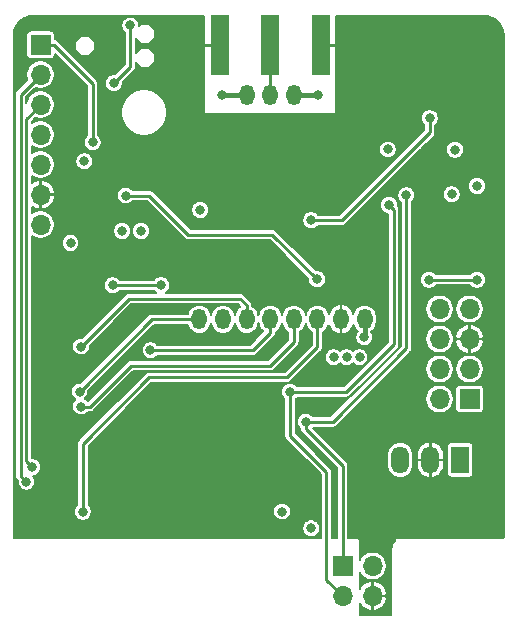
<source format=gbl>
G04 #@! TF.GenerationSoftware,KiCad,Pcbnew,(5.1.9-0-10_14)*
G04 #@! TF.CreationDate,2021-08-21T21:39:00+02:00*
G04 #@! TF.ProjectId,ithowifi_4l,6974686f-7769-4666-995f-346c2e6b6963,rev?*
G04 #@! TF.SameCoordinates,Original*
G04 #@! TF.FileFunction,Copper,L4,Bot*
G04 #@! TF.FilePolarity,Positive*
%FSLAX46Y46*%
G04 Gerber Fmt 4.6, Leading zero omitted, Abs format (unit mm)*
G04 Created by KiCad (PCBNEW (5.1.9-0-10_14)) date 2021-08-21 21:39:00*
%MOMM*%
%LPD*%
G01*
G04 APERTURE LIST*
G04 #@! TA.AperFunction,SMDPad,CuDef*
%ADD10O,1.300000X1.750000*%
G04 #@! TD*
G04 #@! TA.AperFunction,ComponentPad*
%ADD11O,1.700000X1.700000*%
G04 #@! TD*
G04 #@! TA.AperFunction,ComponentPad*
%ADD12R,1.700000X1.700000*%
G04 #@! TD*
G04 #@! TA.AperFunction,SMDPad,CuDef*
%ADD13R,1.500000X5.080000*%
G04 #@! TD*
G04 #@! TA.AperFunction,ComponentPad*
%ADD14O,1.500000X2.300000*%
G04 #@! TD*
G04 #@! TA.AperFunction,ComponentPad*
%ADD15R,1.500000X2.300000*%
G04 #@! TD*
G04 #@! TA.AperFunction,ViaPad*
%ADD16C,0.800000*%
G04 #@! TD*
G04 #@! TA.AperFunction,Conductor*
%ADD17C,0.406400*%
G04 #@! TD*
G04 #@! TA.AperFunction,Conductor*
%ADD18C,0.250000*%
G04 #@! TD*
G04 #@! TA.AperFunction,Conductor*
%ADD19C,0.254000*%
G04 #@! TD*
G04 #@! TA.AperFunction,Conductor*
%ADD20C,0.293370*%
G04 #@! TD*
G04 #@! TA.AperFunction,Conductor*
%ADD21C,0.203200*%
G04 #@! TD*
G04 #@! TA.AperFunction,Conductor*
%ADD22C,0.100000*%
G04 #@! TD*
G04 APERTURE END LIST*
D10*
X107172000Y-112039000D03*
X105172000Y-112039000D03*
X103172000Y-112039000D03*
X99172000Y-131039000D03*
X101172000Y-131039000D03*
X103172000Y-131039000D03*
X105172000Y-131039000D03*
X107172000Y-131039000D03*
X109172000Y-131039000D03*
X111172000Y-131039000D03*
X113172000Y-131039000D03*
D11*
X113832000Y-154468000D03*
X111292000Y-154468000D03*
X113832000Y-151928000D03*
D12*
X111292000Y-151928000D03*
D11*
X85725000Y-123037600D03*
X85725000Y-120497600D03*
X85725000Y-117957600D03*
X85725000Y-115417600D03*
X85725000Y-112877600D03*
X85725000Y-110337600D03*
D12*
X85725000Y-107797600D03*
D13*
X100931400Y-107848400D03*
X109431400Y-107848400D03*
X105181400Y-107848400D03*
D14*
X116179600Y-142951200D03*
X118719600Y-142951200D03*
D15*
X121259600Y-142951200D03*
D12*
X122047000Y-137795000D03*
D11*
X119507000Y-137795000D03*
X122047000Y-135255000D03*
X119507000Y-135255000D03*
X122047000Y-132715000D03*
X119507000Y-132715000D03*
X122047000Y-130175000D03*
X119507000Y-130175000D03*
D16*
X95250000Y-139700000D03*
X98806000Y-139700000D03*
X97028000Y-139700000D03*
X98806000Y-142748000D03*
X97028000Y-142748000D03*
X95250000Y-142748000D03*
X95250000Y-141224000D03*
X98806000Y-141224000D03*
X97028000Y-141224000D03*
X99187000Y-105918000D03*
X99187000Y-107442000D03*
X99187000Y-109093000D03*
X101092000Y-112014000D03*
X109220000Y-112014000D03*
X99248000Y-120142000D03*
X101727000Y-132715000D03*
X89154000Y-148590000D03*
X106172000Y-148590000D03*
X99187000Y-110871000D03*
X99187000Y-112522000D03*
X99187000Y-114173000D03*
X111125000Y-105918000D03*
X111125000Y-107442000D03*
X111125000Y-109093000D03*
X111125000Y-110871000D03*
X111125000Y-114173000D03*
X111125000Y-112522000D03*
X105918000Y-114173000D03*
X109220000Y-114173000D03*
X102489000Y-114173000D03*
X104140000Y-114173000D03*
X100965000Y-114173000D03*
X107569000Y-114173000D03*
X102432000Y-138568000D03*
X112032000Y-139368000D03*
X111632000Y-124168000D03*
X112732000Y-124168000D03*
X110532000Y-124168000D03*
X122682000Y-127698500D03*
X118618000Y-127698500D03*
X106172000Y-147320000D03*
X122682000Y-119761000D03*
X94234000Y-123571000D03*
X99248000Y-121793000D03*
X88265000Y-124587000D03*
X108631500Y-148751000D03*
X120532000Y-120468000D03*
X120813090Y-116686900D03*
X115132000Y-116668000D03*
X89432000Y-117668000D03*
X92632000Y-123568000D03*
X111632000Y-134268000D03*
X112732000Y-134268000D03*
X110532000Y-134268000D03*
X113132002Y-132568000D03*
X91832000Y-128168000D03*
X95932004Y-128168000D03*
X93332000Y-106168000D03*
X91932000Y-111068000D03*
X85039200Y-143560804D03*
X84531209Y-144805391D03*
X89309400Y-147345400D03*
X95032000Y-133668000D03*
X89154000Y-138430000D03*
X89027000Y-137160002D03*
X89154000Y-133350000D03*
X90132000Y-116068000D03*
X106849400Y-137185400D03*
X115232000Y-121367999D03*
X116697000Y-120539000D03*
X108174600Y-139725400D03*
X118681998Y-114018000D03*
X108632000Y-122668000D03*
X92932000Y-120568000D03*
X109132000Y-127668006D03*
D17*
X110946800Y-131039000D02*
X110947200Y-131038600D01*
X101117000Y-112039000D02*
X101092000Y-112014000D01*
X102672000Y-112039000D02*
X101117000Y-112039000D01*
X109195000Y-112039000D02*
X109220000Y-112014000D01*
X107672000Y-112039000D02*
X109195000Y-112039000D01*
D18*
X99593400Y-107848400D02*
X99187000Y-107442000D01*
X100931400Y-107848400D02*
X99593400Y-107848400D01*
X109431400Y-107848400D02*
X109372400Y-107848400D01*
X110718600Y-107848400D02*
X111125000Y-107442000D01*
X109431400Y-107848400D02*
X110718600Y-107848400D01*
D19*
X122682000Y-127698500D02*
X118618000Y-127698500D01*
D17*
X113172000Y-131039000D02*
X113172000Y-132528002D01*
X113172000Y-132528002D02*
X113132002Y-132568000D01*
D19*
X91832000Y-128168000D02*
X95932004Y-128168000D01*
D20*
X105172000Y-107857800D02*
X105181400Y-107848400D01*
X105172000Y-112039000D02*
X105172000Y-107857800D01*
D19*
X93332000Y-109668000D02*
X91932000Y-111068000D01*
X93332000Y-106168000D02*
X93332000Y-109668000D01*
D18*
X85725000Y-112877600D02*
X84498611Y-114103989D01*
X84498611Y-114103989D02*
X84498611Y-143020215D01*
X84498611Y-143020215D02*
X85039200Y-143560804D01*
X84048600Y-144322782D02*
X84531209Y-144805391D01*
X85725000Y-110337600D02*
X84048600Y-112014000D01*
X84048600Y-112014000D02*
X84048600Y-144322782D01*
D19*
X89309400Y-141576600D02*
X89309400Y-147345400D01*
X94918000Y-135968000D02*
X89309400Y-141576600D01*
X106602000Y-135968000D02*
X94918000Y-135968000D01*
X109172000Y-133398000D02*
X106602000Y-135968000D01*
X109172000Y-131039000D02*
X109172000Y-133398000D01*
X105172000Y-132168000D02*
X103672000Y-133668000D01*
X105172000Y-131039000D02*
X105172000Y-132168000D01*
X103672000Y-133668000D02*
X95032000Y-133668000D01*
X107172000Y-131039000D02*
X107172000Y-132985000D01*
X107172000Y-132985000D02*
X105189000Y-134968000D01*
X105189000Y-134968000D02*
X93378000Y-134968000D01*
X93378000Y-134968000D02*
X89916000Y-138430000D01*
X89916000Y-138430000D02*
X89154000Y-138430000D01*
X99489000Y-131039000D02*
X99441000Y-131087000D01*
X99172000Y-131039000D02*
X95148002Y-131039000D01*
X95148002Y-131039000D02*
X89027000Y-137160002D01*
X93218000Y-129286000D02*
X89154000Y-133350000D01*
X102616000Y-129286000D02*
X93218000Y-129286000D01*
X103172000Y-129842000D02*
X102616000Y-129286000D01*
X103172000Y-131039000D02*
X103172000Y-129842000D01*
X86829000Y-107797600D02*
X90132000Y-111100600D01*
X85725000Y-107797600D02*
X86829000Y-107797600D01*
X90132000Y-111100600D02*
X90132000Y-116068000D01*
X106849400Y-140885400D02*
X106849400Y-137185400D01*
X109932000Y-153108000D02*
X109932000Y-143968000D01*
X109932000Y-143968000D02*
X106849400Y-140885400D01*
X111292000Y-154468000D02*
X109932000Y-153108000D01*
X106849400Y-137185400D02*
X111614600Y-137185400D01*
X111614600Y-137185400D02*
X115631999Y-133168001D01*
X115631999Y-121767998D02*
X115232000Y-121367999D01*
X115631999Y-133168001D02*
X115631999Y-121767998D01*
X111292000Y-151928000D02*
X111292000Y-143428000D01*
X108174600Y-140310600D02*
X108174600Y-139725400D01*
X111292000Y-143428000D02*
X108174600Y-140310600D01*
X110474600Y-139725400D02*
X108174600Y-139725400D01*
X116697000Y-133503000D02*
X110474600Y-139725400D01*
X116697000Y-120539000D02*
X116697000Y-133503000D01*
X111232000Y-122668000D02*
X108632000Y-122668000D01*
X118681998Y-115218002D02*
X111232000Y-122668000D01*
X118681998Y-114018000D02*
X118681998Y-115218002D01*
X105331994Y-123868000D02*
X109132000Y-127668006D01*
X98232000Y-123868000D02*
X105331994Y-123868000D01*
X94932000Y-120568000D02*
X98232000Y-123868000D01*
X92932000Y-120568000D02*
X94932000Y-120568000D01*
D21*
X99593400Y-113538000D02*
X99595352Y-113557821D01*
X99601134Y-113576881D01*
X99610523Y-113594446D01*
X99623158Y-113609842D01*
X99638554Y-113622477D01*
X99656119Y-113631866D01*
X99675179Y-113637648D01*
X99695000Y-113639600D01*
X110617000Y-113639600D01*
X110636821Y-113637648D01*
X110655881Y-113631866D01*
X110673446Y-113622477D01*
X110688842Y-113609842D01*
X110701477Y-113594446D01*
X110710866Y-113576881D01*
X110716648Y-113557821D01*
X110718600Y-113538000D01*
X110718600Y-105373600D01*
X123312165Y-105373600D01*
X123641308Y-105405873D01*
X123938841Y-105495703D01*
X124213253Y-105641612D01*
X124454097Y-105838041D01*
X124652203Y-106077508D01*
X124800026Y-106350901D01*
X124891929Y-106647793D01*
X124926400Y-106975759D01*
X124926401Y-149448158D01*
X124922695Y-149485957D01*
X124917480Y-149503228D01*
X124909006Y-149519166D01*
X124897606Y-149533144D01*
X124883695Y-149544652D01*
X124867829Y-149553231D01*
X124850590Y-149558567D01*
X124814122Y-149562400D01*
X116312079Y-149562400D01*
X116294786Y-149564103D01*
X116291750Y-149564082D01*
X116286113Y-149564634D01*
X116269310Y-149566400D01*
X115832000Y-149566400D01*
X115812179Y-149568352D01*
X115793119Y-149574134D01*
X115775554Y-149583523D01*
X115760158Y-149596158D01*
X115747523Y-149611554D01*
X115738134Y-149629119D01*
X115732352Y-149648179D01*
X115730400Y-149668000D01*
X115730400Y-149793463D01*
X115718675Y-149803163D01*
X115692783Y-149829238D01*
X115666510Y-149854966D01*
X115662900Y-149859329D01*
X115601224Y-149934950D01*
X115580887Y-149965560D01*
X115560108Y-149995907D01*
X115557414Y-150000888D01*
X115511602Y-150087049D01*
X115497585Y-150121059D01*
X115483114Y-150154822D01*
X115481439Y-150160232D01*
X115453234Y-150253650D01*
X115446094Y-150289709D01*
X115438450Y-150325673D01*
X115437858Y-150331305D01*
X115428336Y-150428422D01*
X115428336Y-150428432D01*
X115426401Y-150448079D01*
X115426400Y-155948168D01*
X115422695Y-155985957D01*
X115417480Y-156003228D01*
X115409006Y-156019166D01*
X115397606Y-156033144D01*
X115383695Y-156044652D01*
X115367829Y-156053231D01*
X115350590Y-156058567D01*
X115314122Y-156062400D01*
X112733600Y-156062400D01*
X112733600Y-155065585D01*
X112800829Y-155185795D01*
X112960677Y-155373174D01*
X113154010Y-155525768D01*
X113373398Y-155637712D01*
X113610409Y-155704705D01*
X113806600Y-155622544D01*
X113806600Y-154493400D01*
X113857400Y-154493400D01*
X113857400Y-155622544D01*
X114053591Y-155704705D01*
X114290602Y-155637712D01*
X114509990Y-155525768D01*
X114703323Y-155373174D01*
X114863171Y-155185795D01*
X114983392Y-154970831D01*
X115059366Y-154736544D01*
X115068704Y-154689591D01*
X114986521Y-154493400D01*
X113857400Y-154493400D01*
X113806600Y-154493400D01*
X113786600Y-154493400D01*
X113786600Y-154442600D01*
X113806600Y-154442600D01*
X113806600Y-153313456D01*
X113857400Y-153313456D01*
X113857400Y-154442600D01*
X114986521Y-154442600D01*
X115068704Y-154246409D01*
X115059366Y-154199456D01*
X114983392Y-153965169D01*
X114863171Y-153750205D01*
X114703323Y-153562826D01*
X114509990Y-153410232D01*
X114290602Y-153298288D01*
X114053591Y-153231295D01*
X113857400Y-153313456D01*
X113806600Y-153313456D01*
X113610409Y-153231295D01*
X113373398Y-153298288D01*
X113154010Y-153410232D01*
X112960677Y-153562826D01*
X112800829Y-153750205D01*
X112733600Y-153870415D01*
X112733600Y-152426612D01*
X112763611Y-152499066D01*
X112895550Y-152696525D01*
X113063475Y-152864450D01*
X113260934Y-152996389D01*
X113480340Y-153087269D01*
X113713259Y-153133600D01*
X113950741Y-153133600D01*
X114183660Y-153087269D01*
X114403066Y-152996389D01*
X114600525Y-152864450D01*
X114768450Y-152696525D01*
X114900389Y-152499066D01*
X114991269Y-152279660D01*
X115037600Y-152046741D01*
X115037600Y-151809259D01*
X114991269Y-151576340D01*
X114900389Y-151356934D01*
X114768450Y-151159475D01*
X114600525Y-150991550D01*
X114403066Y-150859611D01*
X114183660Y-150768731D01*
X113950741Y-150722400D01*
X113713259Y-150722400D01*
X113480340Y-150768731D01*
X113260934Y-150859611D01*
X113063475Y-150991550D01*
X112895550Y-151159475D01*
X112763611Y-151356934D01*
X112733600Y-151429388D01*
X112733600Y-149668000D01*
X112731648Y-149648179D01*
X112725866Y-149629119D01*
X112716477Y-149611554D01*
X112703842Y-149596158D01*
X112688446Y-149583523D01*
X112670881Y-149574134D01*
X112651821Y-149568352D01*
X112632000Y-149566400D01*
X111774600Y-149566400D01*
X111774600Y-143451696D01*
X111776934Y-143427999D01*
X111774600Y-143404302D01*
X111774600Y-143404293D01*
X111767617Y-143333394D01*
X111740022Y-143242423D01*
X111695209Y-143158585D01*
X111634901Y-143085099D01*
X111616482Y-143069983D01*
X111043391Y-142496892D01*
X115074000Y-142496892D01*
X115074000Y-143405507D01*
X115089998Y-143567934D01*
X115153217Y-143776341D01*
X115255880Y-143968410D01*
X115394040Y-144136760D01*
X115562390Y-144274920D01*
X115754458Y-144377583D01*
X115962865Y-144440802D01*
X116179600Y-144462149D01*
X116396334Y-144440802D01*
X116604741Y-144377583D01*
X116796810Y-144274920D01*
X116965160Y-144136760D01*
X117103320Y-143968410D01*
X117205983Y-143776342D01*
X117269202Y-143567935D01*
X117285200Y-143405508D01*
X117285200Y-142976600D01*
X117563200Y-142976600D01*
X117563200Y-143376600D01*
X117590375Y-143601714D01*
X117660946Y-143817201D01*
X117772200Y-144014780D01*
X117919862Y-144186858D01*
X118098258Y-144326822D01*
X118300531Y-144429294D01*
X118513656Y-144489114D01*
X118694200Y-144405694D01*
X118694200Y-142976600D01*
X118745000Y-142976600D01*
X118745000Y-144405694D01*
X118925544Y-144489114D01*
X119138669Y-144429294D01*
X119340942Y-144326822D01*
X119519338Y-144186858D01*
X119667000Y-144014780D01*
X119778254Y-143817201D01*
X119848825Y-143601714D01*
X119876000Y-143376600D01*
X119876000Y-142976600D01*
X118745000Y-142976600D01*
X118694200Y-142976600D01*
X117563200Y-142976600D01*
X117285200Y-142976600D01*
X117285200Y-142525800D01*
X117563200Y-142525800D01*
X117563200Y-142925800D01*
X118694200Y-142925800D01*
X118694200Y-141496706D01*
X118745000Y-141496706D01*
X118745000Y-142925800D01*
X119876000Y-142925800D01*
X119876000Y-142525800D01*
X119848825Y-142300686D01*
X119778254Y-142085199D01*
X119667000Y-141887620D01*
X119592843Y-141801200D01*
X120152280Y-141801200D01*
X120152280Y-144101200D01*
X120159146Y-144170910D01*
X120179479Y-144237940D01*
X120212499Y-144299716D01*
X120256937Y-144353863D01*
X120311084Y-144398301D01*
X120372860Y-144431321D01*
X120439890Y-144451654D01*
X120509600Y-144458520D01*
X122009600Y-144458520D01*
X122079310Y-144451654D01*
X122146340Y-144431321D01*
X122208116Y-144398301D01*
X122262263Y-144353863D01*
X122306701Y-144299716D01*
X122339721Y-144237940D01*
X122360054Y-144170910D01*
X122366920Y-144101200D01*
X122366920Y-141801200D01*
X122360054Y-141731490D01*
X122339721Y-141664460D01*
X122306701Y-141602684D01*
X122262263Y-141548537D01*
X122208116Y-141504099D01*
X122146340Y-141471079D01*
X122079310Y-141450746D01*
X122009600Y-141443880D01*
X120509600Y-141443880D01*
X120439890Y-141450746D01*
X120372860Y-141471079D01*
X120311084Y-141504099D01*
X120256937Y-141548537D01*
X120212499Y-141602684D01*
X120179479Y-141664460D01*
X120159146Y-141731490D01*
X120152280Y-141801200D01*
X119592843Y-141801200D01*
X119519338Y-141715542D01*
X119340942Y-141575578D01*
X119138669Y-141473106D01*
X118925544Y-141413286D01*
X118745000Y-141496706D01*
X118694200Y-141496706D01*
X118513656Y-141413286D01*
X118300531Y-141473106D01*
X118098258Y-141575578D01*
X117919862Y-141715542D01*
X117772200Y-141887620D01*
X117660946Y-142085199D01*
X117590375Y-142300686D01*
X117563200Y-142525800D01*
X117285200Y-142525800D01*
X117285200Y-142496893D01*
X117269202Y-142334466D01*
X117205983Y-142126058D01*
X117103320Y-141933990D01*
X116965160Y-141765640D01*
X116796810Y-141627480D01*
X116604742Y-141524817D01*
X116396335Y-141461598D01*
X116179600Y-141440251D01*
X115962866Y-141461598D01*
X115754459Y-141524817D01*
X115562391Y-141627480D01*
X115394041Y-141765640D01*
X115255881Y-141933990D01*
X115153218Y-142126058D01*
X115089998Y-142334465D01*
X115074000Y-142496892D01*
X111043391Y-142496892D01*
X108757540Y-140211041D01*
X108760580Y-140208000D01*
X110450895Y-140208000D01*
X110474600Y-140210335D01*
X110498305Y-140208000D01*
X110498307Y-140208000D01*
X110569206Y-140201017D01*
X110660177Y-140173422D01*
X110744015Y-140128609D01*
X110817501Y-140068301D01*
X110832617Y-140049882D01*
X113206240Y-137676259D01*
X118301400Y-137676259D01*
X118301400Y-137913741D01*
X118347731Y-138146660D01*
X118438611Y-138366066D01*
X118570550Y-138563525D01*
X118738475Y-138731450D01*
X118935934Y-138863389D01*
X119155340Y-138954269D01*
X119388259Y-139000600D01*
X119625741Y-139000600D01*
X119858660Y-138954269D01*
X120078066Y-138863389D01*
X120275525Y-138731450D01*
X120443450Y-138563525D01*
X120575389Y-138366066D01*
X120666269Y-138146660D01*
X120712600Y-137913741D01*
X120712600Y-137676259D01*
X120666269Y-137443340D01*
X120575389Y-137223934D01*
X120443450Y-137026475D01*
X120361975Y-136945000D01*
X120839680Y-136945000D01*
X120839680Y-138645000D01*
X120846546Y-138714710D01*
X120866879Y-138781740D01*
X120899899Y-138843516D01*
X120944337Y-138897663D01*
X120998484Y-138942101D01*
X121060260Y-138975121D01*
X121127290Y-138995454D01*
X121197000Y-139002320D01*
X122897000Y-139002320D01*
X122966710Y-138995454D01*
X123033740Y-138975121D01*
X123095516Y-138942101D01*
X123149663Y-138897663D01*
X123194101Y-138843516D01*
X123227121Y-138781740D01*
X123247454Y-138714710D01*
X123254320Y-138645000D01*
X123254320Y-136945000D01*
X123247454Y-136875290D01*
X123227121Y-136808260D01*
X123194101Y-136746484D01*
X123149663Y-136692337D01*
X123095516Y-136647899D01*
X123033740Y-136614879D01*
X122966710Y-136594546D01*
X122897000Y-136587680D01*
X121197000Y-136587680D01*
X121127290Y-136594546D01*
X121060260Y-136614879D01*
X120998484Y-136647899D01*
X120944337Y-136692337D01*
X120899899Y-136746484D01*
X120866879Y-136808260D01*
X120846546Y-136875290D01*
X120839680Y-136945000D01*
X120361975Y-136945000D01*
X120275525Y-136858550D01*
X120078066Y-136726611D01*
X119858660Y-136635731D01*
X119625741Y-136589400D01*
X119388259Y-136589400D01*
X119155340Y-136635731D01*
X118935934Y-136726611D01*
X118738475Y-136858550D01*
X118570550Y-137026475D01*
X118438611Y-137223934D01*
X118347731Y-137443340D01*
X118301400Y-137676259D01*
X113206240Y-137676259D01*
X115746240Y-135136259D01*
X118301400Y-135136259D01*
X118301400Y-135373741D01*
X118347731Y-135606660D01*
X118438611Y-135826066D01*
X118570550Y-136023525D01*
X118738475Y-136191450D01*
X118935934Y-136323389D01*
X119155340Y-136414269D01*
X119388259Y-136460600D01*
X119625741Y-136460600D01*
X119858660Y-136414269D01*
X120078066Y-136323389D01*
X120275525Y-136191450D01*
X120443450Y-136023525D01*
X120575389Y-135826066D01*
X120666269Y-135606660D01*
X120712600Y-135373741D01*
X120712600Y-135136259D01*
X120841400Y-135136259D01*
X120841400Y-135373741D01*
X120887731Y-135606660D01*
X120978611Y-135826066D01*
X121110550Y-136023525D01*
X121278475Y-136191450D01*
X121475934Y-136323389D01*
X121695340Y-136414269D01*
X121928259Y-136460600D01*
X122165741Y-136460600D01*
X122398660Y-136414269D01*
X122618066Y-136323389D01*
X122815525Y-136191450D01*
X122983450Y-136023525D01*
X123115389Y-135826066D01*
X123206269Y-135606660D01*
X123252600Y-135373741D01*
X123252600Y-135136259D01*
X123206269Y-134903340D01*
X123115389Y-134683934D01*
X122983450Y-134486475D01*
X122815525Y-134318550D01*
X122618066Y-134186611D01*
X122398660Y-134095731D01*
X122165741Y-134049400D01*
X121928259Y-134049400D01*
X121695340Y-134095731D01*
X121475934Y-134186611D01*
X121278475Y-134318550D01*
X121110550Y-134486475D01*
X120978611Y-134683934D01*
X120887731Y-134903340D01*
X120841400Y-135136259D01*
X120712600Y-135136259D01*
X120666269Y-134903340D01*
X120575389Y-134683934D01*
X120443450Y-134486475D01*
X120275525Y-134318550D01*
X120078066Y-134186611D01*
X119858660Y-134095731D01*
X119625741Y-134049400D01*
X119388259Y-134049400D01*
X119155340Y-134095731D01*
X118935934Y-134186611D01*
X118738475Y-134318550D01*
X118570550Y-134486475D01*
X118438611Y-134683934D01*
X118347731Y-134903340D01*
X118301400Y-135136259D01*
X115746240Y-135136259D01*
X117021482Y-133861017D01*
X117039901Y-133845901D01*
X117100209Y-133772415D01*
X117145022Y-133688577D01*
X117172617Y-133597606D01*
X117179600Y-133526707D01*
X117179600Y-133526698D01*
X117181934Y-133503001D01*
X117179600Y-133479304D01*
X117179600Y-132596259D01*
X118301400Y-132596259D01*
X118301400Y-132833741D01*
X118347731Y-133066660D01*
X118438611Y-133286066D01*
X118570550Y-133483525D01*
X118738475Y-133651450D01*
X118935934Y-133783389D01*
X119155340Y-133874269D01*
X119388259Y-133920600D01*
X119625741Y-133920600D01*
X119858660Y-133874269D01*
X120078066Y-133783389D01*
X120275525Y-133651450D01*
X120443450Y-133483525D01*
X120575389Y-133286066D01*
X120666269Y-133066660D01*
X120692141Y-132936591D01*
X120810296Y-132936591D01*
X120819634Y-132983544D01*
X120895608Y-133217831D01*
X121015829Y-133432795D01*
X121175677Y-133620174D01*
X121369010Y-133772768D01*
X121588398Y-133884712D01*
X121825409Y-133951705D01*
X122021600Y-133869544D01*
X122021600Y-132740400D01*
X122072400Y-132740400D01*
X122072400Y-133869544D01*
X122268591Y-133951705D01*
X122505602Y-133884712D01*
X122724990Y-133772768D01*
X122918323Y-133620174D01*
X123078171Y-133432795D01*
X123198392Y-133217831D01*
X123274366Y-132983544D01*
X123283704Y-132936591D01*
X123201521Y-132740400D01*
X122072400Y-132740400D01*
X122021600Y-132740400D01*
X120892479Y-132740400D01*
X120810296Y-132936591D01*
X120692141Y-132936591D01*
X120712600Y-132833741D01*
X120712600Y-132596259D01*
X120692142Y-132493409D01*
X120810296Y-132493409D01*
X120892479Y-132689600D01*
X122021600Y-132689600D01*
X122021600Y-131560456D01*
X122072400Y-131560456D01*
X122072400Y-132689600D01*
X123201521Y-132689600D01*
X123283704Y-132493409D01*
X123274366Y-132446456D01*
X123198392Y-132212169D01*
X123078171Y-131997205D01*
X122918323Y-131809826D01*
X122724990Y-131657232D01*
X122505602Y-131545288D01*
X122268591Y-131478295D01*
X122072400Y-131560456D01*
X122021600Y-131560456D01*
X121825409Y-131478295D01*
X121588398Y-131545288D01*
X121369010Y-131657232D01*
X121175677Y-131809826D01*
X121015829Y-131997205D01*
X120895608Y-132212169D01*
X120819634Y-132446456D01*
X120810296Y-132493409D01*
X120692142Y-132493409D01*
X120666269Y-132363340D01*
X120575389Y-132143934D01*
X120443450Y-131946475D01*
X120275525Y-131778550D01*
X120078066Y-131646611D01*
X119858660Y-131555731D01*
X119625741Y-131509400D01*
X119388259Y-131509400D01*
X119155340Y-131555731D01*
X118935934Y-131646611D01*
X118738475Y-131778550D01*
X118570550Y-131946475D01*
X118438611Y-132143934D01*
X118347731Y-132363340D01*
X118301400Y-132596259D01*
X117179600Y-132596259D01*
X117179600Y-130056259D01*
X118301400Y-130056259D01*
X118301400Y-130293741D01*
X118347731Y-130526660D01*
X118438611Y-130746066D01*
X118570550Y-130943525D01*
X118738475Y-131111450D01*
X118935934Y-131243389D01*
X119155340Y-131334269D01*
X119388259Y-131380600D01*
X119625741Y-131380600D01*
X119858660Y-131334269D01*
X120078066Y-131243389D01*
X120275525Y-131111450D01*
X120443450Y-130943525D01*
X120575389Y-130746066D01*
X120666269Y-130526660D01*
X120712600Y-130293741D01*
X120712600Y-130056259D01*
X120841400Y-130056259D01*
X120841400Y-130293741D01*
X120887731Y-130526660D01*
X120978611Y-130746066D01*
X121110550Y-130943525D01*
X121278475Y-131111450D01*
X121475934Y-131243389D01*
X121695340Y-131334269D01*
X121928259Y-131380600D01*
X122165741Y-131380600D01*
X122398660Y-131334269D01*
X122618066Y-131243389D01*
X122815525Y-131111450D01*
X122983450Y-130943525D01*
X123115389Y-130746066D01*
X123206269Y-130526660D01*
X123252600Y-130293741D01*
X123252600Y-130056259D01*
X123206269Y-129823340D01*
X123115389Y-129603934D01*
X122983450Y-129406475D01*
X122815525Y-129238550D01*
X122618066Y-129106611D01*
X122398660Y-129015731D01*
X122165741Y-128969400D01*
X121928259Y-128969400D01*
X121695340Y-129015731D01*
X121475934Y-129106611D01*
X121278475Y-129238550D01*
X121110550Y-129406475D01*
X120978611Y-129603934D01*
X120887731Y-129823340D01*
X120841400Y-130056259D01*
X120712600Y-130056259D01*
X120666269Y-129823340D01*
X120575389Y-129603934D01*
X120443450Y-129406475D01*
X120275525Y-129238550D01*
X120078066Y-129106611D01*
X119858660Y-129015731D01*
X119625741Y-128969400D01*
X119388259Y-128969400D01*
X119155340Y-129015731D01*
X118935934Y-129106611D01*
X118738475Y-129238550D01*
X118570550Y-129406475D01*
X118438611Y-129603934D01*
X118347731Y-129823340D01*
X118301400Y-130056259D01*
X117179600Y-130056259D01*
X117179600Y-127624080D01*
X117862400Y-127624080D01*
X117862400Y-127772920D01*
X117891437Y-127918900D01*
X117948396Y-128056411D01*
X118031087Y-128180167D01*
X118136333Y-128285413D01*
X118260089Y-128368104D01*
X118397600Y-128425063D01*
X118543580Y-128454100D01*
X118692420Y-128454100D01*
X118838400Y-128425063D01*
X118975911Y-128368104D01*
X119099667Y-128285413D01*
X119203980Y-128181100D01*
X122096020Y-128181100D01*
X122200333Y-128285413D01*
X122324089Y-128368104D01*
X122461600Y-128425063D01*
X122607580Y-128454100D01*
X122756420Y-128454100D01*
X122902400Y-128425063D01*
X123039911Y-128368104D01*
X123163667Y-128285413D01*
X123268913Y-128180167D01*
X123351604Y-128056411D01*
X123408563Y-127918900D01*
X123437600Y-127772920D01*
X123437600Y-127624080D01*
X123408563Y-127478100D01*
X123351604Y-127340589D01*
X123268913Y-127216833D01*
X123163667Y-127111587D01*
X123039911Y-127028896D01*
X122902400Y-126971937D01*
X122756420Y-126942900D01*
X122607580Y-126942900D01*
X122461600Y-126971937D01*
X122324089Y-127028896D01*
X122200333Y-127111587D01*
X122096020Y-127215900D01*
X119203980Y-127215900D01*
X119099667Y-127111587D01*
X118975911Y-127028896D01*
X118838400Y-126971937D01*
X118692420Y-126942900D01*
X118543580Y-126942900D01*
X118397600Y-126971937D01*
X118260089Y-127028896D01*
X118136333Y-127111587D01*
X118031087Y-127216833D01*
X117948396Y-127340589D01*
X117891437Y-127478100D01*
X117862400Y-127624080D01*
X117179600Y-127624080D01*
X117179600Y-121124980D01*
X117283913Y-121020667D01*
X117366604Y-120896911D01*
X117423563Y-120759400D01*
X117452600Y-120613420D01*
X117452600Y-120464580D01*
X117438478Y-120393580D01*
X119776400Y-120393580D01*
X119776400Y-120542420D01*
X119805437Y-120688400D01*
X119862396Y-120825911D01*
X119945087Y-120949667D01*
X120050333Y-121054913D01*
X120174089Y-121137604D01*
X120311600Y-121194563D01*
X120457580Y-121223600D01*
X120606420Y-121223600D01*
X120752400Y-121194563D01*
X120889911Y-121137604D01*
X121013667Y-121054913D01*
X121118913Y-120949667D01*
X121201604Y-120825911D01*
X121258563Y-120688400D01*
X121287600Y-120542420D01*
X121287600Y-120393580D01*
X121258563Y-120247600D01*
X121201604Y-120110089D01*
X121118913Y-119986333D01*
X121013667Y-119881087D01*
X120889911Y-119798396D01*
X120752400Y-119741437D01*
X120606420Y-119712400D01*
X120457580Y-119712400D01*
X120311600Y-119741437D01*
X120174089Y-119798396D01*
X120050333Y-119881087D01*
X119945087Y-119986333D01*
X119862396Y-120110089D01*
X119805437Y-120247600D01*
X119776400Y-120393580D01*
X117438478Y-120393580D01*
X117423563Y-120318600D01*
X117366604Y-120181089D01*
X117283913Y-120057333D01*
X117178667Y-119952087D01*
X117054911Y-119869396D01*
X116917400Y-119812437D01*
X116771420Y-119783400D01*
X116622580Y-119783400D01*
X116476600Y-119812437D01*
X116339089Y-119869396D01*
X116215333Y-119952087D01*
X116110087Y-120057333D01*
X116027396Y-120181089D01*
X115970437Y-120318600D01*
X115941400Y-120464580D01*
X115941400Y-120613420D01*
X115970437Y-120759400D01*
X116027396Y-120896911D01*
X116110087Y-121020667D01*
X116214400Y-121124980D01*
X116214401Y-133303100D01*
X110274701Y-139242800D01*
X108760580Y-139242800D01*
X108656267Y-139138487D01*
X108532511Y-139055796D01*
X108395000Y-138998837D01*
X108249020Y-138969800D01*
X108100180Y-138969800D01*
X107954200Y-138998837D01*
X107816689Y-139055796D01*
X107692933Y-139138487D01*
X107587687Y-139243733D01*
X107504996Y-139367489D01*
X107448037Y-139505000D01*
X107419000Y-139650980D01*
X107419000Y-139799820D01*
X107448037Y-139945800D01*
X107504996Y-140083311D01*
X107587687Y-140207067D01*
X107689804Y-140309184D01*
X107689665Y-140310600D01*
X107692000Y-140334305D01*
X107692000Y-140334306D01*
X107698983Y-140405205D01*
X107726578Y-140496176D01*
X107771391Y-140580015D01*
X107831699Y-140653501D01*
X107850118Y-140668617D01*
X110809401Y-143627900D01*
X110809400Y-149566400D01*
X110414600Y-149566400D01*
X110414600Y-143991707D01*
X110416935Y-143968000D01*
X110407617Y-143873393D01*
X110380022Y-143782423D01*
X110335208Y-143698584D01*
X110290013Y-143643513D01*
X110290012Y-143643512D01*
X110274901Y-143625099D01*
X110256488Y-143609988D01*
X107332000Y-140685501D01*
X107332000Y-137771380D01*
X107435380Y-137668000D01*
X111590895Y-137668000D01*
X111614600Y-137670335D01*
X111638305Y-137668000D01*
X111638307Y-137668000D01*
X111709206Y-137661017D01*
X111800177Y-137633422D01*
X111884015Y-137588609D01*
X111957501Y-137528301D01*
X111972617Y-137509882D01*
X115956487Y-133526013D01*
X115974900Y-133510902D01*
X116035208Y-133437416D01*
X116080021Y-133353578D01*
X116107616Y-133262607D01*
X116114599Y-133191708D01*
X116114599Y-133191707D01*
X116116934Y-133168002D01*
X116114599Y-133144297D01*
X116114599Y-121791702D01*
X116116934Y-121767997D01*
X116113615Y-121734305D01*
X116107616Y-121673392D01*
X116080021Y-121582421D01*
X116035208Y-121498583D01*
X115987600Y-121440572D01*
X115987600Y-121293579D01*
X115958563Y-121147599D01*
X115901604Y-121010088D01*
X115818913Y-120886332D01*
X115713667Y-120781086D01*
X115589911Y-120698395D01*
X115452400Y-120641436D01*
X115306420Y-120612399D01*
X115157580Y-120612399D01*
X115011600Y-120641436D01*
X114874089Y-120698395D01*
X114750333Y-120781086D01*
X114645087Y-120886332D01*
X114562396Y-121010088D01*
X114505437Y-121147599D01*
X114476400Y-121293579D01*
X114476400Y-121442419D01*
X114505437Y-121588399D01*
X114562396Y-121725910D01*
X114645087Y-121849666D01*
X114750333Y-121954912D01*
X114874089Y-122037603D01*
X115011600Y-122094562D01*
X115149400Y-122121972D01*
X115149399Y-132968101D01*
X111414701Y-136702800D01*
X107435380Y-136702800D01*
X107331067Y-136598487D01*
X107207311Y-136515796D01*
X107069800Y-136458837D01*
X106923820Y-136429800D01*
X106774980Y-136429800D01*
X106629000Y-136458837D01*
X106491489Y-136515796D01*
X106367733Y-136598487D01*
X106262487Y-136703733D01*
X106179796Y-136827489D01*
X106122837Y-136965000D01*
X106093800Y-137110980D01*
X106093800Y-137259820D01*
X106122837Y-137405800D01*
X106179796Y-137543311D01*
X106262487Y-137667067D01*
X106366801Y-137771381D01*
X106366800Y-140861695D01*
X106364465Y-140885400D01*
X106366800Y-140909105D01*
X106366800Y-140909106D01*
X106373783Y-140980005D01*
X106401378Y-141070976D01*
X106446191Y-141154815D01*
X106506499Y-141228301D01*
X106524918Y-141243417D01*
X109449401Y-144167901D01*
X109449400Y-149566400D01*
X104692534Y-149566400D01*
X104651921Y-149562400D01*
X104632000Y-149560438D01*
X104612079Y-149562400D01*
X87351921Y-149562400D01*
X87332000Y-149560438D01*
X87312079Y-149562400D01*
X87271466Y-149566400D01*
X83437600Y-149566400D01*
X83437600Y-148676580D01*
X107875900Y-148676580D01*
X107875900Y-148825420D01*
X107904937Y-148971400D01*
X107961896Y-149108911D01*
X108044587Y-149232667D01*
X108149833Y-149337913D01*
X108273589Y-149420604D01*
X108411100Y-149477563D01*
X108557080Y-149506600D01*
X108705920Y-149506600D01*
X108851900Y-149477563D01*
X108989411Y-149420604D01*
X109113167Y-149337913D01*
X109218413Y-149232667D01*
X109301104Y-149108911D01*
X109358063Y-148971400D01*
X109387100Y-148825420D01*
X109387100Y-148676580D01*
X109358063Y-148530600D01*
X109301104Y-148393089D01*
X109218413Y-148269333D01*
X109113167Y-148164087D01*
X108989411Y-148081396D01*
X108851900Y-148024437D01*
X108705920Y-147995400D01*
X108557080Y-147995400D01*
X108411100Y-148024437D01*
X108273589Y-148081396D01*
X108149833Y-148164087D01*
X108044587Y-148269333D01*
X107961896Y-148393089D01*
X107904937Y-148530600D01*
X107875900Y-148676580D01*
X83437600Y-148676580D01*
X83437600Y-112014000D01*
X83565675Y-112014000D01*
X83568000Y-112037604D01*
X83568001Y-144299168D01*
X83565675Y-144322782D01*
X83570445Y-144371208D01*
X83574955Y-144416996D01*
X83583030Y-144443617D01*
X83602436Y-144507590D01*
X83647063Y-144591080D01*
X83647064Y-144591081D01*
X83707121Y-144664262D01*
X83725460Y-144679313D01*
X83775859Y-144729712D01*
X83775609Y-144730971D01*
X83775609Y-144879811D01*
X83804646Y-145025791D01*
X83861605Y-145163302D01*
X83944296Y-145287058D01*
X84049542Y-145392304D01*
X84173298Y-145474995D01*
X84310809Y-145531954D01*
X84456789Y-145560991D01*
X84605629Y-145560991D01*
X84751609Y-145531954D01*
X84889120Y-145474995D01*
X85012876Y-145392304D01*
X85118122Y-145287058D01*
X85200813Y-145163302D01*
X85257772Y-145025791D01*
X85286809Y-144879811D01*
X85286809Y-144730971D01*
X85257772Y-144584991D01*
X85200813Y-144447480D01*
X85118122Y-144323724D01*
X85110802Y-144316404D01*
X85113620Y-144316404D01*
X85259600Y-144287367D01*
X85397111Y-144230408D01*
X85520867Y-144147717D01*
X85626113Y-144042471D01*
X85708804Y-143918715D01*
X85765763Y-143781204D01*
X85794800Y-143635224D01*
X85794800Y-143486384D01*
X85765763Y-143340404D01*
X85708804Y-143202893D01*
X85626113Y-143079137D01*
X85520867Y-142973891D01*
X85397111Y-142891200D01*
X85259600Y-142834241D01*
X85113620Y-142805204D01*
X84979211Y-142805204D01*
X84979211Y-137085582D01*
X88271400Y-137085582D01*
X88271400Y-137234422D01*
X88300437Y-137380402D01*
X88357396Y-137517913D01*
X88440087Y-137641669D01*
X88545333Y-137746915D01*
X88669089Y-137829606D01*
X88683546Y-137835594D01*
X88672333Y-137843087D01*
X88567087Y-137948333D01*
X88484396Y-138072089D01*
X88427437Y-138209600D01*
X88398400Y-138355580D01*
X88398400Y-138504420D01*
X88427437Y-138650400D01*
X88484396Y-138787911D01*
X88567087Y-138911667D01*
X88672333Y-139016913D01*
X88796089Y-139099604D01*
X88933600Y-139156563D01*
X89079580Y-139185600D01*
X89228420Y-139185600D01*
X89374400Y-139156563D01*
X89511911Y-139099604D01*
X89635667Y-139016913D01*
X89739980Y-138912600D01*
X89892295Y-138912600D01*
X89916000Y-138914935D01*
X89939705Y-138912600D01*
X89939707Y-138912600D01*
X90010606Y-138905617D01*
X90101577Y-138878022D01*
X90185415Y-138833209D01*
X90258901Y-138772901D01*
X90274017Y-138754482D01*
X93577899Y-135450600D01*
X105165295Y-135450600D01*
X105189000Y-135452935D01*
X105212705Y-135450600D01*
X105212707Y-135450600D01*
X105283606Y-135443617D01*
X105374577Y-135416022D01*
X105458415Y-135371209D01*
X105531901Y-135310901D01*
X105547017Y-135292482D01*
X107496482Y-133343017D01*
X107514901Y-133327901D01*
X107575209Y-133254415D01*
X107620022Y-133170577D01*
X107647617Y-133079606D01*
X107654600Y-133008707D01*
X107654600Y-133008698D01*
X107656934Y-132985001D01*
X107654600Y-132961304D01*
X107654600Y-132146282D01*
X107733384Y-132104171D01*
X107886507Y-131978507D01*
X108012171Y-131825384D01*
X108105548Y-131650688D01*
X108163049Y-131461131D01*
X108172000Y-131370252D01*
X108180951Y-131461132D01*
X108238452Y-131650688D01*
X108331830Y-131825384D01*
X108457494Y-131978507D01*
X108610617Y-132104171D01*
X108689400Y-132146282D01*
X108689401Y-133198099D01*
X106402101Y-135485400D01*
X94941704Y-135485400D01*
X94917999Y-135483065D01*
X94894294Y-135485400D01*
X94894293Y-135485400D01*
X94823394Y-135492383D01*
X94732423Y-135519978D01*
X94648585Y-135564791D01*
X94575099Y-135625099D01*
X94559983Y-135643518D01*
X88984918Y-141218583D01*
X88966499Y-141233699D01*
X88906191Y-141307185D01*
X88861378Y-141391024D01*
X88833783Y-141481995D01*
X88827229Y-141548537D01*
X88824465Y-141576600D01*
X88826800Y-141600305D01*
X88826801Y-146759419D01*
X88722487Y-146863733D01*
X88639796Y-146987489D01*
X88582837Y-147125000D01*
X88553800Y-147270980D01*
X88553800Y-147419820D01*
X88582837Y-147565800D01*
X88639796Y-147703311D01*
X88722487Y-147827067D01*
X88827733Y-147932313D01*
X88951489Y-148015004D01*
X89089000Y-148071963D01*
X89234980Y-148101000D01*
X89383820Y-148101000D01*
X89529800Y-148071963D01*
X89667311Y-148015004D01*
X89791067Y-147932313D01*
X89896313Y-147827067D01*
X89979004Y-147703311D01*
X90035963Y-147565800D01*
X90065000Y-147419820D01*
X90065000Y-147270980D01*
X90059948Y-147245580D01*
X105416400Y-147245580D01*
X105416400Y-147394420D01*
X105445437Y-147540400D01*
X105502396Y-147677911D01*
X105585087Y-147801667D01*
X105690333Y-147906913D01*
X105814089Y-147989604D01*
X105951600Y-148046563D01*
X106097580Y-148075600D01*
X106246420Y-148075600D01*
X106392400Y-148046563D01*
X106529911Y-147989604D01*
X106653667Y-147906913D01*
X106758913Y-147801667D01*
X106841604Y-147677911D01*
X106898563Y-147540400D01*
X106927600Y-147394420D01*
X106927600Y-147245580D01*
X106898563Y-147099600D01*
X106841604Y-146962089D01*
X106758913Y-146838333D01*
X106653667Y-146733087D01*
X106529911Y-146650396D01*
X106392400Y-146593437D01*
X106246420Y-146564400D01*
X106097580Y-146564400D01*
X105951600Y-146593437D01*
X105814089Y-146650396D01*
X105690333Y-146733087D01*
X105585087Y-146838333D01*
X105502396Y-146962089D01*
X105445437Y-147099600D01*
X105416400Y-147245580D01*
X90059948Y-147245580D01*
X90035963Y-147125000D01*
X89979004Y-146987489D01*
X89896313Y-146863733D01*
X89792000Y-146759420D01*
X89792000Y-141776499D01*
X95117899Y-136450600D01*
X106578295Y-136450600D01*
X106602000Y-136452935D01*
X106625705Y-136450600D01*
X106625707Y-136450600D01*
X106696606Y-136443617D01*
X106787577Y-136416022D01*
X106871415Y-136371209D01*
X106944901Y-136310901D01*
X106960017Y-136292482D01*
X109058919Y-134193580D01*
X109776400Y-134193580D01*
X109776400Y-134342420D01*
X109805437Y-134488400D01*
X109862396Y-134625911D01*
X109945087Y-134749667D01*
X110050333Y-134854913D01*
X110174089Y-134937604D01*
X110311600Y-134994563D01*
X110457580Y-135023600D01*
X110606420Y-135023600D01*
X110752400Y-134994563D01*
X110889911Y-134937604D01*
X111013667Y-134854913D01*
X111082000Y-134786580D01*
X111150333Y-134854913D01*
X111274089Y-134937604D01*
X111411600Y-134994563D01*
X111557580Y-135023600D01*
X111706420Y-135023600D01*
X111852400Y-134994563D01*
X111989911Y-134937604D01*
X112113667Y-134854913D01*
X112182000Y-134786580D01*
X112250333Y-134854913D01*
X112374089Y-134937604D01*
X112511600Y-134994563D01*
X112657580Y-135023600D01*
X112806420Y-135023600D01*
X112952400Y-134994563D01*
X113089911Y-134937604D01*
X113213667Y-134854913D01*
X113318913Y-134749667D01*
X113401604Y-134625911D01*
X113458563Y-134488400D01*
X113487600Y-134342420D01*
X113487600Y-134193580D01*
X113458563Y-134047600D01*
X113401604Y-133910089D01*
X113318913Y-133786333D01*
X113213667Y-133681087D01*
X113089911Y-133598396D01*
X112952400Y-133541437D01*
X112806420Y-133512400D01*
X112657580Y-133512400D01*
X112511600Y-133541437D01*
X112374089Y-133598396D01*
X112250333Y-133681087D01*
X112182000Y-133749420D01*
X112113667Y-133681087D01*
X111989911Y-133598396D01*
X111852400Y-133541437D01*
X111706420Y-133512400D01*
X111557580Y-133512400D01*
X111411600Y-133541437D01*
X111274089Y-133598396D01*
X111150333Y-133681087D01*
X111082000Y-133749420D01*
X111013667Y-133681087D01*
X110889911Y-133598396D01*
X110752400Y-133541437D01*
X110606420Y-133512400D01*
X110457580Y-133512400D01*
X110311600Y-133541437D01*
X110174089Y-133598396D01*
X110050333Y-133681087D01*
X109945087Y-133786333D01*
X109862396Y-133910089D01*
X109805437Y-134047600D01*
X109776400Y-134193580D01*
X109058919Y-134193580D01*
X109496488Y-133756012D01*
X109514901Y-133740901D01*
X109575209Y-133667415D01*
X109620022Y-133583577D01*
X109647617Y-133492606D01*
X109648512Y-133483525D01*
X109656935Y-133398000D01*
X109654600Y-133374293D01*
X109654600Y-132146282D01*
X109733384Y-132104171D01*
X109886507Y-131978507D01*
X110012171Y-131825384D01*
X110105548Y-131650688D01*
X110147063Y-131513831D01*
X110205734Y-131691733D01*
X110307747Y-131872023D01*
X110442973Y-132028947D01*
X110606215Y-132156475D01*
X110791200Y-132249706D01*
X110981703Y-132303119D01*
X111146600Y-132218462D01*
X111146600Y-131064400D01*
X111126600Y-131064400D01*
X111126600Y-131013600D01*
X111146600Y-131013600D01*
X111146600Y-129859538D01*
X111197400Y-129859538D01*
X111197400Y-131013600D01*
X111217400Y-131013600D01*
X111217400Y-131064400D01*
X111197400Y-131064400D01*
X111197400Y-132218462D01*
X111362297Y-132303119D01*
X111552800Y-132249706D01*
X111737785Y-132156475D01*
X111901027Y-132028947D01*
X112036253Y-131872023D01*
X112138266Y-131691733D01*
X112196937Y-131513831D01*
X112238452Y-131650688D01*
X112331830Y-131825384D01*
X112457494Y-131978507D01*
X112564828Y-132066594D01*
X112545089Y-132086333D01*
X112462398Y-132210089D01*
X112405439Y-132347600D01*
X112376402Y-132493580D01*
X112376402Y-132642420D01*
X112405439Y-132788400D01*
X112462398Y-132925911D01*
X112545089Y-133049667D01*
X112650335Y-133154913D01*
X112774091Y-133237604D01*
X112911602Y-133294563D01*
X113057582Y-133323600D01*
X113206422Y-133323600D01*
X113352402Y-133294563D01*
X113489913Y-133237604D01*
X113613669Y-133154913D01*
X113718915Y-133049667D01*
X113801606Y-132925911D01*
X113858565Y-132788400D01*
X113887602Y-132642420D01*
X113887602Y-132493580D01*
X113858565Y-132347600D01*
X113801606Y-132210089D01*
X113731505Y-132105175D01*
X113733384Y-132104171D01*
X113886507Y-131978507D01*
X114012171Y-131825384D01*
X114105548Y-131650688D01*
X114163049Y-131461131D01*
X114177600Y-131313394D01*
X114177600Y-130764605D01*
X114163049Y-130616868D01*
X114105548Y-130427312D01*
X114012171Y-130252616D01*
X113886507Y-130099493D01*
X113733384Y-129973829D01*
X113558687Y-129880452D01*
X113369131Y-129822951D01*
X113172000Y-129803535D01*
X112974868Y-129822951D01*
X112785312Y-129880452D01*
X112610616Y-129973829D01*
X112457493Y-130099493D01*
X112331829Y-130252616D01*
X112238452Y-130427313D01*
X112196937Y-130564169D01*
X112138266Y-130386267D01*
X112036253Y-130205977D01*
X111901027Y-130049053D01*
X111737785Y-129921525D01*
X111552800Y-129828294D01*
X111362297Y-129774881D01*
X111197400Y-129859538D01*
X111146600Y-129859538D01*
X110981703Y-129774881D01*
X110791200Y-129828294D01*
X110606215Y-129921525D01*
X110442973Y-130049053D01*
X110307747Y-130205977D01*
X110205734Y-130386267D01*
X110147063Y-130564169D01*
X110105548Y-130427312D01*
X110012171Y-130252616D01*
X109886507Y-130099493D01*
X109733384Y-129973829D01*
X109558687Y-129880452D01*
X109369131Y-129822951D01*
X109172000Y-129803535D01*
X108974868Y-129822951D01*
X108785312Y-129880452D01*
X108610616Y-129973829D01*
X108457493Y-130099493D01*
X108331829Y-130252616D01*
X108238452Y-130427313D01*
X108180951Y-130616869D01*
X108172000Y-130707748D01*
X108163049Y-130616868D01*
X108105548Y-130427312D01*
X108012171Y-130252616D01*
X107886507Y-130099493D01*
X107733384Y-129973829D01*
X107558687Y-129880452D01*
X107369131Y-129822951D01*
X107172000Y-129803535D01*
X106974868Y-129822951D01*
X106785312Y-129880452D01*
X106610616Y-129973829D01*
X106457493Y-130099493D01*
X106331829Y-130252616D01*
X106238452Y-130427313D01*
X106180951Y-130616869D01*
X106172000Y-130707748D01*
X106163049Y-130616868D01*
X106105548Y-130427312D01*
X106012171Y-130252616D01*
X105886507Y-130099493D01*
X105733384Y-129973829D01*
X105558687Y-129880452D01*
X105369131Y-129822951D01*
X105172000Y-129803535D01*
X104974868Y-129822951D01*
X104785312Y-129880452D01*
X104610616Y-129973829D01*
X104457493Y-130099493D01*
X104331829Y-130252616D01*
X104238452Y-130427313D01*
X104180951Y-130616869D01*
X104172000Y-130707748D01*
X104163049Y-130616868D01*
X104105548Y-130427312D01*
X104012171Y-130252616D01*
X103886507Y-130099493D01*
X103733384Y-129973829D01*
X103654600Y-129931718D01*
X103654600Y-129865707D01*
X103656935Y-129842000D01*
X103647617Y-129747393D01*
X103620022Y-129656423D01*
X103595468Y-129610486D01*
X103575209Y-129572585D01*
X103514901Y-129499099D01*
X103496487Y-129483987D01*
X102974017Y-128961518D01*
X102958901Y-128943099D01*
X102885415Y-128882791D01*
X102801577Y-128837978D01*
X102710606Y-128810383D01*
X102639707Y-128803400D01*
X102639705Y-128803400D01*
X102616000Y-128801065D01*
X102592295Y-128803400D01*
X96341105Y-128803400D01*
X96413671Y-128754913D01*
X96518917Y-128649667D01*
X96601608Y-128525911D01*
X96658567Y-128388400D01*
X96687604Y-128242420D01*
X96687604Y-128093580D01*
X96658567Y-127947600D01*
X96601608Y-127810089D01*
X96518917Y-127686333D01*
X96413671Y-127581087D01*
X96289915Y-127498396D01*
X96152404Y-127441437D01*
X96006424Y-127412400D01*
X95857584Y-127412400D01*
X95711604Y-127441437D01*
X95574093Y-127498396D01*
X95450337Y-127581087D01*
X95346024Y-127685400D01*
X92417980Y-127685400D01*
X92313667Y-127581087D01*
X92189911Y-127498396D01*
X92052400Y-127441437D01*
X91906420Y-127412400D01*
X91757580Y-127412400D01*
X91611600Y-127441437D01*
X91474089Y-127498396D01*
X91350333Y-127581087D01*
X91245087Y-127686333D01*
X91162396Y-127810089D01*
X91105437Y-127947600D01*
X91076400Y-128093580D01*
X91076400Y-128242420D01*
X91105437Y-128388400D01*
X91162396Y-128525911D01*
X91245087Y-128649667D01*
X91350333Y-128754913D01*
X91474089Y-128837604D01*
X91611600Y-128894563D01*
X91757580Y-128923600D01*
X91906420Y-128923600D01*
X92052400Y-128894563D01*
X92189911Y-128837604D01*
X92313667Y-128754913D01*
X92417980Y-128650600D01*
X95346024Y-128650600D01*
X95450337Y-128754913D01*
X95522903Y-128803400D01*
X93241707Y-128803400D01*
X93218000Y-128801065D01*
X93123393Y-128810383D01*
X93033656Y-128837604D01*
X93032423Y-128837978D01*
X92948585Y-128882791D01*
X92875099Y-128943099D01*
X92859988Y-128961512D01*
X89227101Y-132594400D01*
X89079580Y-132594400D01*
X88933600Y-132623437D01*
X88796089Y-132680396D01*
X88672333Y-132763087D01*
X88567087Y-132868333D01*
X88484396Y-132992089D01*
X88427437Y-133129600D01*
X88398400Y-133275580D01*
X88398400Y-133424420D01*
X88427437Y-133570400D01*
X88484396Y-133707911D01*
X88567087Y-133831667D01*
X88672333Y-133936913D01*
X88796089Y-134019604D01*
X88933600Y-134076563D01*
X89079580Y-134105600D01*
X89228420Y-134105600D01*
X89374400Y-134076563D01*
X89511911Y-134019604D01*
X89635667Y-133936913D01*
X89740913Y-133831667D01*
X89823604Y-133707911D01*
X89880563Y-133570400D01*
X89909600Y-133424420D01*
X89909600Y-133276899D01*
X93417900Y-129768600D01*
X102416101Y-129768600D01*
X102617598Y-129970097D01*
X102610616Y-129973829D01*
X102457493Y-130099493D01*
X102331829Y-130252616D01*
X102238452Y-130427313D01*
X102180951Y-130616869D01*
X102172000Y-130707748D01*
X102163049Y-130616868D01*
X102105548Y-130427312D01*
X102012171Y-130252616D01*
X101886507Y-130099493D01*
X101733384Y-129973829D01*
X101558687Y-129880452D01*
X101369131Y-129822951D01*
X101172000Y-129803535D01*
X100974868Y-129822951D01*
X100785312Y-129880452D01*
X100610616Y-129973829D01*
X100457493Y-130099493D01*
X100331829Y-130252616D01*
X100238452Y-130427313D01*
X100180951Y-130616869D01*
X100172000Y-130707748D01*
X100163049Y-130616868D01*
X100105548Y-130427312D01*
X100012171Y-130252616D01*
X99886507Y-130099493D01*
X99733384Y-129973829D01*
X99558687Y-129880452D01*
X99369131Y-129822951D01*
X99172000Y-129803535D01*
X98974868Y-129822951D01*
X98785312Y-129880452D01*
X98610616Y-129973829D01*
X98457493Y-130099493D01*
X98331829Y-130252616D01*
X98238452Y-130427313D01*
X98199294Y-130556400D01*
X95171706Y-130556400D01*
X95148001Y-130554065D01*
X95124296Y-130556400D01*
X95124295Y-130556400D01*
X95053396Y-130563383D01*
X94962425Y-130590978D01*
X94878587Y-130635791D01*
X94805101Y-130696099D01*
X94789990Y-130714512D01*
X89100101Y-136404402D01*
X88952580Y-136404402D01*
X88806600Y-136433439D01*
X88669089Y-136490398D01*
X88545333Y-136573089D01*
X88440087Y-136678335D01*
X88357396Y-136802091D01*
X88300437Y-136939602D01*
X88271400Y-137085582D01*
X84979211Y-137085582D01*
X84979211Y-124512580D01*
X87509400Y-124512580D01*
X87509400Y-124661420D01*
X87538437Y-124807400D01*
X87595396Y-124944911D01*
X87678087Y-125068667D01*
X87783333Y-125173913D01*
X87907089Y-125256604D01*
X88044600Y-125313563D01*
X88190580Y-125342600D01*
X88339420Y-125342600D01*
X88485400Y-125313563D01*
X88622911Y-125256604D01*
X88746667Y-125173913D01*
X88851913Y-125068667D01*
X88934604Y-124944911D01*
X88991563Y-124807400D01*
X89020600Y-124661420D01*
X89020600Y-124512580D01*
X88991563Y-124366600D01*
X88934604Y-124229089D01*
X88851913Y-124105333D01*
X88746667Y-124000087D01*
X88622911Y-123917396D01*
X88485400Y-123860437D01*
X88339420Y-123831400D01*
X88190580Y-123831400D01*
X88044600Y-123860437D01*
X87907089Y-123917396D01*
X87783333Y-124000087D01*
X87678087Y-124105333D01*
X87595396Y-124229089D01*
X87538437Y-124366600D01*
X87509400Y-124512580D01*
X84979211Y-124512580D01*
X84979211Y-123989242D01*
X85153934Y-124105989D01*
X85373340Y-124196869D01*
X85606259Y-124243200D01*
X85843741Y-124243200D01*
X86076660Y-124196869D01*
X86296066Y-124105989D01*
X86493525Y-123974050D01*
X86661450Y-123806125D01*
X86793389Y-123608666D01*
X86841058Y-123493580D01*
X91876400Y-123493580D01*
X91876400Y-123642420D01*
X91905437Y-123788400D01*
X91962396Y-123925911D01*
X92045087Y-124049667D01*
X92150333Y-124154913D01*
X92274089Y-124237604D01*
X92411600Y-124294563D01*
X92557580Y-124323600D01*
X92706420Y-124323600D01*
X92852400Y-124294563D01*
X92989911Y-124237604D01*
X93113667Y-124154913D01*
X93218913Y-124049667D01*
X93301604Y-123925911D01*
X93358563Y-123788400D01*
X93387600Y-123642420D01*
X93387600Y-123496580D01*
X93478400Y-123496580D01*
X93478400Y-123645420D01*
X93507437Y-123791400D01*
X93564396Y-123928911D01*
X93647087Y-124052667D01*
X93752333Y-124157913D01*
X93876089Y-124240604D01*
X94013600Y-124297563D01*
X94159580Y-124326600D01*
X94308420Y-124326600D01*
X94454400Y-124297563D01*
X94591911Y-124240604D01*
X94715667Y-124157913D01*
X94820913Y-124052667D01*
X94903604Y-123928911D01*
X94960563Y-123791400D01*
X94989600Y-123645420D01*
X94989600Y-123496580D01*
X94960563Y-123350600D01*
X94903604Y-123213089D01*
X94820913Y-123089333D01*
X94715667Y-122984087D01*
X94591911Y-122901396D01*
X94454400Y-122844437D01*
X94308420Y-122815400D01*
X94159580Y-122815400D01*
X94013600Y-122844437D01*
X93876089Y-122901396D01*
X93752333Y-122984087D01*
X93647087Y-123089333D01*
X93564396Y-123213089D01*
X93507437Y-123350600D01*
X93478400Y-123496580D01*
X93387600Y-123496580D01*
X93387600Y-123493580D01*
X93358563Y-123347600D01*
X93301604Y-123210089D01*
X93218913Y-123086333D01*
X93113667Y-122981087D01*
X92989911Y-122898396D01*
X92852400Y-122841437D01*
X92706420Y-122812400D01*
X92557580Y-122812400D01*
X92411600Y-122841437D01*
X92274089Y-122898396D01*
X92150333Y-122981087D01*
X92045087Y-123086333D01*
X91962396Y-123210089D01*
X91905437Y-123347600D01*
X91876400Y-123493580D01*
X86841058Y-123493580D01*
X86884269Y-123389260D01*
X86930600Y-123156341D01*
X86930600Y-122918859D01*
X86884269Y-122685940D01*
X86793389Y-122466534D01*
X86661450Y-122269075D01*
X86493525Y-122101150D01*
X86296066Y-121969211D01*
X86076660Y-121878331D01*
X85843741Y-121832000D01*
X85606259Y-121832000D01*
X85373340Y-121878331D01*
X85153934Y-121969211D01*
X84979211Y-122085958D01*
X84979211Y-121501856D01*
X85047010Y-121555368D01*
X85266398Y-121667312D01*
X85503409Y-121734305D01*
X85699600Y-121652144D01*
X85699600Y-120523000D01*
X85750400Y-120523000D01*
X85750400Y-121652144D01*
X85946591Y-121734305D01*
X86183602Y-121667312D01*
X86402990Y-121555368D01*
X86596323Y-121402774D01*
X86756171Y-121215395D01*
X86876392Y-121000431D01*
X86952366Y-120766144D01*
X86961704Y-120719191D01*
X86879521Y-120523000D01*
X85750400Y-120523000D01*
X85699600Y-120523000D01*
X85679600Y-120523000D01*
X85679600Y-120493580D01*
X92176400Y-120493580D01*
X92176400Y-120642420D01*
X92205437Y-120788400D01*
X92262396Y-120925911D01*
X92345087Y-121049667D01*
X92450333Y-121154913D01*
X92574089Y-121237604D01*
X92711600Y-121294563D01*
X92857580Y-121323600D01*
X93006420Y-121323600D01*
X93152400Y-121294563D01*
X93289911Y-121237604D01*
X93413667Y-121154913D01*
X93517980Y-121050600D01*
X94732101Y-121050600D01*
X97873986Y-124192486D01*
X97889099Y-124210901D01*
X97962585Y-124271209D01*
X98046423Y-124316022D01*
X98137393Y-124343617D01*
X98232000Y-124352935D01*
X98255707Y-124350600D01*
X105132095Y-124350600D01*
X108376400Y-127594906D01*
X108376400Y-127742426D01*
X108405437Y-127888406D01*
X108462396Y-128025917D01*
X108545087Y-128149673D01*
X108650333Y-128254919D01*
X108774089Y-128337610D01*
X108911600Y-128394569D01*
X109057580Y-128423606D01*
X109206420Y-128423606D01*
X109352400Y-128394569D01*
X109489911Y-128337610D01*
X109613667Y-128254919D01*
X109718913Y-128149673D01*
X109801604Y-128025917D01*
X109858563Y-127888406D01*
X109887600Y-127742426D01*
X109887600Y-127593586D01*
X109858563Y-127447606D01*
X109801604Y-127310095D01*
X109718913Y-127186339D01*
X109613667Y-127081093D01*
X109489911Y-126998402D01*
X109352400Y-126941443D01*
X109206420Y-126912406D01*
X109058900Y-126912406D01*
X105690011Y-123543518D01*
X105674895Y-123525099D01*
X105601409Y-123464791D01*
X105517571Y-123419978D01*
X105426600Y-123392383D01*
X105355701Y-123385400D01*
X105355699Y-123385400D01*
X105331994Y-123383065D01*
X105308289Y-123385400D01*
X98431900Y-123385400D01*
X97640080Y-122593580D01*
X107876400Y-122593580D01*
X107876400Y-122742420D01*
X107905437Y-122888400D01*
X107962396Y-123025911D01*
X108045087Y-123149667D01*
X108150333Y-123254913D01*
X108274089Y-123337604D01*
X108411600Y-123394563D01*
X108557580Y-123423600D01*
X108706420Y-123423600D01*
X108852400Y-123394563D01*
X108989911Y-123337604D01*
X109113667Y-123254913D01*
X109217980Y-123150600D01*
X111208295Y-123150600D01*
X111232000Y-123152935D01*
X111255705Y-123150600D01*
X111255707Y-123150600D01*
X111326606Y-123143617D01*
X111417577Y-123116022D01*
X111501415Y-123071209D01*
X111574901Y-123010901D01*
X111590017Y-122992482D01*
X114895919Y-119686580D01*
X121926400Y-119686580D01*
X121926400Y-119835420D01*
X121955437Y-119981400D01*
X122012396Y-120118911D01*
X122095087Y-120242667D01*
X122200333Y-120347913D01*
X122324089Y-120430604D01*
X122461600Y-120487563D01*
X122607580Y-120516600D01*
X122756420Y-120516600D01*
X122902400Y-120487563D01*
X123039911Y-120430604D01*
X123163667Y-120347913D01*
X123268913Y-120242667D01*
X123351604Y-120118911D01*
X123408563Y-119981400D01*
X123437600Y-119835420D01*
X123437600Y-119686580D01*
X123408563Y-119540600D01*
X123351604Y-119403089D01*
X123268913Y-119279333D01*
X123163667Y-119174087D01*
X123039911Y-119091396D01*
X122902400Y-119034437D01*
X122756420Y-119005400D01*
X122607580Y-119005400D01*
X122461600Y-119034437D01*
X122324089Y-119091396D01*
X122200333Y-119174087D01*
X122095087Y-119279333D01*
X122012396Y-119403089D01*
X121955437Y-119540600D01*
X121926400Y-119686580D01*
X114895919Y-119686580D01*
X117970019Y-116612480D01*
X120057490Y-116612480D01*
X120057490Y-116761320D01*
X120086527Y-116907300D01*
X120143486Y-117044811D01*
X120226177Y-117168567D01*
X120331423Y-117273813D01*
X120455179Y-117356504D01*
X120592690Y-117413463D01*
X120738670Y-117442500D01*
X120887510Y-117442500D01*
X121033490Y-117413463D01*
X121171001Y-117356504D01*
X121294757Y-117273813D01*
X121400003Y-117168567D01*
X121482694Y-117044811D01*
X121539653Y-116907300D01*
X121568690Y-116761320D01*
X121568690Y-116612480D01*
X121539653Y-116466500D01*
X121482694Y-116328989D01*
X121400003Y-116205233D01*
X121294757Y-116099987D01*
X121171001Y-116017296D01*
X121033490Y-115960337D01*
X120887510Y-115931300D01*
X120738670Y-115931300D01*
X120592690Y-115960337D01*
X120455179Y-116017296D01*
X120331423Y-116099987D01*
X120226177Y-116205233D01*
X120143486Y-116328989D01*
X120086527Y-116466500D01*
X120057490Y-116612480D01*
X117970019Y-116612480D01*
X119006480Y-115576019D01*
X119024899Y-115560903D01*
X119085207Y-115487417D01*
X119130020Y-115403579D01*
X119157615Y-115312608D01*
X119164598Y-115241709D01*
X119164598Y-115241708D01*
X119166933Y-115218003D01*
X119164598Y-115194298D01*
X119164598Y-114603980D01*
X119268911Y-114499667D01*
X119351602Y-114375911D01*
X119408561Y-114238400D01*
X119437598Y-114092420D01*
X119437598Y-113943580D01*
X119408561Y-113797600D01*
X119351602Y-113660089D01*
X119268911Y-113536333D01*
X119163665Y-113431087D01*
X119039909Y-113348396D01*
X118902398Y-113291437D01*
X118756418Y-113262400D01*
X118607578Y-113262400D01*
X118461598Y-113291437D01*
X118324087Y-113348396D01*
X118200331Y-113431087D01*
X118095085Y-113536333D01*
X118012394Y-113660089D01*
X117955435Y-113797600D01*
X117926398Y-113943580D01*
X117926398Y-114092420D01*
X117955435Y-114238400D01*
X118012394Y-114375911D01*
X118095085Y-114499667D01*
X118199398Y-114603980D01*
X118199399Y-115018102D01*
X111032101Y-122185400D01*
X109217980Y-122185400D01*
X109113667Y-122081087D01*
X108989911Y-121998396D01*
X108852400Y-121941437D01*
X108706420Y-121912400D01*
X108557580Y-121912400D01*
X108411600Y-121941437D01*
X108274089Y-121998396D01*
X108150333Y-122081087D01*
X108045087Y-122186333D01*
X107962396Y-122310089D01*
X107905437Y-122447600D01*
X107876400Y-122593580D01*
X97640080Y-122593580D01*
X96765080Y-121718580D01*
X98492400Y-121718580D01*
X98492400Y-121867420D01*
X98521437Y-122013400D01*
X98578396Y-122150911D01*
X98661087Y-122274667D01*
X98766333Y-122379913D01*
X98890089Y-122462604D01*
X99027600Y-122519563D01*
X99173580Y-122548600D01*
X99322420Y-122548600D01*
X99468400Y-122519563D01*
X99605911Y-122462604D01*
X99729667Y-122379913D01*
X99834913Y-122274667D01*
X99917604Y-122150911D01*
X99974563Y-122013400D01*
X100003600Y-121867420D01*
X100003600Y-121718580D01*
X99974563Y-121572600D01*
X99917604Y-121435089D01*
X99834913Y-121311333D01*
X99729667Y-121206087D01*
X99605911Y-121123396D01*
X99468400Y-121066437D01*
X99322420Y-121037400D01*
X99173580Y-121037400D01*
X99027600Y-121066437D01*
X98890089Y-121123396D01*
X98766333Y-121206087D01*
X98661087Y-121311333D01*
X98578396Y-121435089D01*
X98521437Y-121572600D01*
X98492400Y-121718580D01*
X96765080Y-121718580D01*
X95290017Y-120243518D01*
X95274901Y-120225099D01*
X95201415Y-120164791D01*
X95117577Y-120119978D01*
X95026606Y-120092383D01*
X94955707Y-120085400D01*
X94955705Y-120085400D01*
X94932000Y-120083065D01*
X94908295Y-120085400D01*
X93517980Y-120085400D01*
X93413667Y-119981087D01*
X93289911Y-119898396D01*
X93152400Y-119841437D01*
X93006420Y-119812400D01*
X92857580Y-119812400D01*
X92711600Y-119841437D01*
X92574089Y-119898396D01*
X92450333Y-119981087D01*
X92345087Y-120086333D01*
X92262396Y-120210089D01*
X92205437Y-120347600D01*
X92176400Y-120493580D01*
X85679600Y-120493580D01*
X85679600Y-120472200D01*
X85699600Y-120472200D01*
X85699600Y-119343056D01*
X85750400Y-119343056D01*
X85750400Y-120472200D01*
X86879521Y-120472200D01*
X86961704Y-120276009D01*
X86952366Y-120229056D01*
X86876392Y-119994769D01*
X86756171Y-119779805D01*
X86596323Y-119592426D01*
X86402990Y-119439832D01*
X86183602Y-119327888D01*
X85946591Y-119260895D01*
X85750400Y-119343056D01*
X85699600Y-119343056D01*
X85503409Y-119260895D01*
X85266398Y-119327888D01*
X85047010Y-119439832D01*
X84979211Y-119493344D01*
X84979211Y-118909242D01*
X85153934Y-119025989D01*
X85373340Y-119116869D01*
X85606259Y-119163200D01*
X85843741Y-119163200D01*
X86076660Y-119116869D01*
X86296066Y-119025989D01*
X86493525Y-118894050D01*
X86661450Y-118726125D01*
X86793389Y-118528666D01*
X86884269Y-118309260D01*
X86930600Y-118076341D01*
X86930600Y-117838859D01*
X86884269Y-117605940D01*
X86879150Y-117593580D01*
X88676400Y-117593580D01*
X88676400Y-117742420D01*
X88705437Y-117888400D01*
X88762396Y-118025911D01*
X88845087Y-118149667D01*
X88950333Y-118254913D01*
X89074089Y-118337604D01*
X89211600Y-118394563D01*
X89357580Y-118423600D01*
X89506420Y-118423600D01*
X89652400Y-118394563D01*
X89789911Y-118337604D01*
X89913667Y-118254913D01*
X90018913Y-118149667D01*
X90101604Y-118025911D01*
X90158563Y-117888400D01*
X90187600Y-117742420D01*
X90187600Y-117593580D01*
X90158563Y-117447600D01*
X90101604Y-117310089D01*
X90018913Y-117186333D01*
X89913667Y-117081087D01*
X89789911Y-116998396D01*
X89652400Y-116941437D01*
X89506420Y-116912400D01*
X89357580Y-116912400D01*
X89211600Y-116941437D01*
X89074089Y-116998396D01*
X88950333Y-117081087D01*
X88845087Y-117186333D01*
X88762396Y-117310089D01*
X88705437Y-117447600D01*
X88676400Y-117593580D01*
X86879150Y-117593580D01*
X86793389Y-117386534D01*
X86661450Y-117189075D01*
X86493525Y-117021150D01*
X86296066Y-116889211D01*
X86076660Y-116798331D01*
X85843741Y-116752000D01*
X85606259Y-116752000D01*
X85373340Y-116798331D01*
X85153934Y-116889211D01*
X84979211Y-117005958D01*
X84979211Y-116369242D01*
X85153934Y-116485989D01*
X85373340Y-116576869D01*
X85606259Y-116623200D01*
X85843741Y-116623200D01*
X86076660Y-116576869D01*
X86296066Y-116485989D01*
X86493525Y-116354050D01*
X86661450Y-116186125D01*
X86793389Y-115988666D01*
X86884269Y-115769260D01*
X86930600Y-115536341D01*
X86930600Y-115298859D01*
X86884269Y-115065940D01*
X86793389Y-114846534D01*
X86661450Y-114649075D01*
X86493525Y-114481150D01*
X86296066Y-114349211D01*
X86076660Y-114258331D01*
X85843741Y-114212000D01*
X85606259Y-114212000D01*
X85373340Y-114258331D01*
X85153934Y-114349211D01*
X84979211Y-114465958D01*
X84979211Y-114303059D01*
X85282873Y-113999397D01*
X85373340Y-114036869D01*
X85606259Y-114083200D01*
X85843741Y-114083200D01*
X86076660Y-114036869D01*
X86296066Y-113945989D01*
X86493525Y-113814050D01*
X86661450Y-113646125D01*
X86793389Y-113448666D01*
X86884269Y-113229260D01*
X86930600Y-112996341D01*
X86930600Y-112758859D01*
X86884269Y-112525940D01*
X86793389Y-112306534D01*
X86661450Y-112109075D01*
X86493525Y-111941150D01*
X86296066Y-111809211D01*
X86076660Y-111718331D01*
X85843741Y-111672000D01*
X85606259Y-111672000D01*
X85373340Y-111718331D01*
X85153934Y-111809211D01*
X84956475Y-111941150D01*
X84788550Y-112109075D01*
X84656611Y-112306534D01*
X84565731Y-112525940D01*
X84529200Y-112709592D01*
X84529200Y-112213070D01*
X85282874Y-111459397D01*
X85373340Y-111496869D01*
X85606259Y-111543200D01*
X85843741Y-111543200D01*
X86076660Y-111496869D01*
X86296066Y-111405989D01*
X86493525Y-111274050D01*
X86661450Y-111106125D01*
X86793389Y-110908666D01*
X86884269Y-110689260D01*
X86930600Y-110456341D01*
X86930600Y-110218859D01*
X86884269Y-109985940D01*
X86793389Y-109766534D01*
X86661450Y-109569075D01*
X86493525Y-109401150D01*
X86296066Y-109269211D01*
X86076660Y-109178331D01*
X85843741Y-109132000D01*
X85606259Y-109132000D01*
X85373340Y-109178331D01*
X85153934Y-109269211D01*
X84956475Y-109401150D01*
X84788550Y-109569075D01*
X84656611Y-109766534D01*
X84565731Y-109985940D01*
X84519400Y-110218859D01*
X84519400Y-110456341D01*
X84565731Y-110689260D01*
X84603203Y-110779726D01*
X83725465Y-111657465D01*
X83707120Y-111672520D01*
X83647063Y-111745701D01*
X83602435Y-111829194D01*
X83574954Y-111919787D01*
X83568000Y-111990393D01*
X83565675Y-112014000D01*
X83437600Y-112014000D01*
X83437600Y-106987835D01*
X83441545Y-106947600D01*
X84517680Y-106947600D01*
X84517680Y-108647600D01*
X84524546Y-108717310D01*
X84544879Y-108784340D01*
X84577899Y-108846116D01*
X84622337Y-108900263D01*
X84676484Y-108944701D01*
X84738260Y-108977721D01*
X84805290Y-108998054D01*
X84875000Y-109004920D01*
X86575000Y-109004920D01*
X86644710Y-108998054D01*
X86711740Y-108977721D01*
X86773516Y-108944701D01*
X86827663Y-108900263D01*
X86872101Y-108846116D01*
X86905121Y-108784340D01*
X86925454Y-108717310D01*
X86932320Y-108647600D01*
X86932320Y-108583419D01*
X89649400Y-111300499D01*
X89649401Y-115482019D01*
X89545087Y-115586333D01*
X89462396Y-115710089D01*
X89405437Y-115847600D01*
X89376400Y-115993580D01*
X89376400Y-116142420D01*
X89405437Y-116288400D01*
X89462396Y-116425911D01*
X89545087Y-116549667D01*
X89650333Y-116654913D01*
X89774089Y-116737604D01*
X89911600Y-116794563D01*
X90057580Y-116823600D01*
X90206420Y-116823600D01*
X90352400Y-116794563D01*
X90489911Y-116737604D01*
X90613667Y-116654913D01*
X90675000Y-116593580D01*
X114376400Y-116593580D01*
X114376400Y-116742420D01*
X114405437Y-116888400D01*
X114462396Y-117025911D01*
X114545087Y-117149667D01*
X114650333Y-117254913D01*
X114774089Y-117337604D01*
X114911600Y-117394563D01*
X115057580Y-117423600D01*
X115206420Y-117423600D01*
X115352400Y-117394563D01*
X115489911Y-117337604D01*
X115613667Y-117254913D01*
X115718913Y-117149667D01*
X115801604Y-117025911D01*
X115858563Y-116888400D01*
X115887600Y-116742420D01*
X115887600Y-116593580D01*
X115858563Y-116447600D01*
X115801604Y-116310089D01*
X115718913Y-116186333D01*
X115613667Y-116081087D01*
X115489911Y-115998396D01*
X115352400Y-115941437D01*
X115206420Y-115912400D01*
X115057580Y-115912400D01*
X114911600Y-115941437D01*
X114774089Y-115998396D01*
X114650333Y-116081087D01*
X114545087Y-116186333D01*
X114462396Y-116310089D01*
X114405437Y-116447600D01*
X114376400Y-116593580D01*
X90675000Y-116593580D01*
X90718913Y-116549667D01*
X90801604Y-116425911D01*
X90858563Y-116288400D01*
X90887600Y-116142420D01*
X90887600Y-115993580D01*
X90858563Y-115847600D01*
X90801604Y-115710089D01*
X90718913Y-115586333D01*
X90614600Y-115482020D01*
X90614600Y-113345390D01*
X92532400Y-113345390D01*
X92532400Y-113730610D01*
X92607553Y-114108427D01*
X92754970Y-114464324D01*
X92968987Y-114784622D01*
X93241378Y-115057013D01*
X93561676Y-115271030D01*
X93917573Y-115418447D01*
X94295390Y-115493600D01*
X94680610Y-115493600D01*
X95058427Y-115418447D01*
X95414324Y-115271030D01*
X95734622Y-115057013D01*
X96007013Y-114784622D01*
X96221030Y-114464324D01*
X96368447Y-114108427D01*
X96443600Y-113730610D01*
X96443600Y-113345390D01*
X96368447Y-112967573D01*
X96221030Y-112611676D01*
X96007013Y-112291378D01*
X95734622Y-112018987D01*
X95414324Y-111804970D01*
X95058427Y-111657553D01*
X94680610Y-111582400D01*
X94295390Y-111582400D01*
X93917573Y-111657553D01*
X93561676Y-111804970D01*
X93241378Y-112018987D01*
X92968987Y-112291378D01*
X92754970Y-112611676D01*
X92607553Y-112967573D01*
X92532400Y-113345390D01*
X90614600Y-113345390D01*
X90614600Y-111124296D01*
X90616934Y-111100599D01*
X90614600Y-111076902D01*
X90614600Y-111076893D01*
X90607617Y-111005994D01*
X90603852Y-110993580D01*
X91176400Y-110993580D01*
X91176400Y-111142420D01*
X91205437Y-111288400D01*
X91262396Y-111425911D01*
X91345087Y-111549667D01*
X91450333Y-111654913D01*
X91574089Y-111737604D01*
X91711600Y-111794563D01*
X91857580Y-111823600D01*
X92006420Y-111823600D01*
X92152400Y-111794563D01*
X92289911Y-111737604D01*
X92413667Y-111654913D01*
X92518913Y-111549667D01*
X92601604Y-111425911D01*
X92658563Y-111288400D01*
X92687600Y-111142420D01*
X92687600Y-110994899D01*
X93656488Y-110026012D01*
X93674901Y-110010901D01*
X93735209Y-109937415D01*
X93780022Y-109853577D01*
X93805890Y-109768300D01*
X93807617Y-109762607D01*
X93816935Y-109668000D01*
X93814600Y-109644293D01*
X93814600Y-109302727D01*
X93821942Y-109320452D01*
X93915063Y-109459817D01*
X94033583Y-109578337D01*
X94172948Y-109671458D01*
X94327802Y-109735600D01*
X94492194Y-109768300D01*
X94659806Y-109768300D01*
X94824198Y-109735600D01*
X94979052Y-109671458D01*
X95118417Y-109578337D01*
X95236937Y-109459817D01*
X95330058Y-109320452D01*
X95394200Y-109165598D01*
X95426900Y-109001206D01*
X95426900Y-108833594D01*
X95394200Y-108669202D01*
X95330058Y-108514348D01*
X95236937Y-108374983D01*
X95118417Y-108256463D01*
X94979052Y-108163342D01*
X94824198Y-108099200D01*
X94659806Y-108066500D01*
X94492194Y-108066500D01*
X94327802Y-108099200D01*
X94172948Y-108163342D01*
X94033583Y-108256463D01*
X93915063Y-108374983D01*
X93821942Y-108514348D01*
X93814600Y-108532073D01*
X93814600Y-107270727D01*
X93821942Y-107288452D01*
X93915063Y-107427817D01*
X94033583Y-107546337D01*
X94172948Y-107639458D01*
X94327802Y-107703600D01*
X94492194Y-107736300D01*
X94659806Y-107736300D01*
X94824198Y-107703600D01*
X94979052Y-107639458D01*
X95118417Y-107546337D01*
X95236937Y-107427817D01*
X95330058Y-107288452D01*
X95394200Y-107133598D01*
X95426900Y-106969206D01*
X95426900Y-106801594D01*
X95394200Y-106637202D01*
X95330058Y-106482348D01*
X95236937Y-106342983D01*
X95118417Y-106224463D01*
X94979052Y-106131342D01*
X94824198Y-106067200D01*
X94659806Y-106034500D01*
X94492194Y-106034500D01*
X94327802Y-106067200D01*
X94172948Y-106131342D01*
X94087600Y-106188370D01*
X94087600Y-106093580D01*
X94058563Y-105947600D01*
X94001604Y-105810089D01*
X93918913Y-105686333D01*
X93813667Y-105581087D01*
X93689911Y-105498396D01*
X93552400Y-105441437D01*
X93406420Y-105412400D01*
X93257580Y-105412400D01*
X93111600Y-105441437D01*
X92974089Y-105498396D01*
X92850333Y-105581087D01*
X92745087Y-105686333D01*
X92662396Y-105810089D01*
X92605437Y-105947600D01*
X92576400Y-106093580D01*
X92576400Y-106242420D01*
X92605437Y-106388400D01*
X92662396Y-106525911D01*
X92745087Y-106649667D01*
X92849400Y-106753980D01*
X92849401Y-109468099D01*
X92005101Y-110312400D01*
X91857580Y-110312400D01*
X91711600Y-110341437D01*
X91574089Y-110398396D01*
X91450333Y-110481087D01*
X91345087Y-110586333D01*
X91262396Y-110710089D01*
X91205437Y-110847600D01*
X91176400Y-110993580D01*
X90603852Y-110993580D01*
X90580022Y-110915023D01*
X90535209Y-110831185D01*
X90474901Y-110757699D01*
X90456482Y-110742583D01*
X87531493Y-107817594D01*
X88645100Y-107817594D01*
X88645100Y-107985206D01*
X88677800Y-108149598D01*
X88741942Y-108304452D01*
X88835063Y-108443817D01*
X88953583Y-108562337D01*
X89092948Y-108655458D01*
X89247802Y-108719600D01*
X89412194Y-108752300D01*
X89579806Y-108752300D01*
X89744198Y-108719600D01*
X89899052Y-108655458D01*
X90038417Y-108562337D01*
X90156937Y-108443817D01*
X90250058Y-108304452D01*
X90314200Y-108149598D01*
X90346900Y-107985206D01*
X90346900Y-107817594D01*
X90314200Y-107653202D01*
X90250058Y-107498348D01*
X90156937Y-107358983D01*
X90038417Y-107240463D01*
X89899052Y-107147342D01*
X89744198Y-107083200D01*
X89579806Y-107050500D01*
X89412194Y-107050500D01*
X89247802Y-107083200D01*
X89092948Y-107147342D01*
X88953583Y-107240463D01*
X88835063Y-107358983D01*
X88741942Y-107498348D01*
X88677800Y-107653202D01*
X88645100Y-107817594D01*
X87531493Y-107817594D01*
X87187017Y-107473118D01*
X87171901Y-107454699D01*
X87098415Y-107394391D01*
X87014577Y-107349578D01*
X86932320Y-107324626D01*
X86932320Y-106947600D01*
X86925454Y-106877890D01*
X86905121Y-106810860D01*
X86872101Y-106749084D01*
X86827663Y-106694937D01*
X86773516Y-106650499D01*
X86711740Y-106617479D01*
X86644710Y-106597146D01*
X86575000Y-106590280D01*
X84875000Y-106590280D01*
X84805290Y-106597146D01*
X84738260Y-106617479D01*
X84676484Y-106650499D01*
X84622337Y-106694937D01*
X84577899Y-106749084D01*
X84544879Y-106810860D01*
X84524546Y-106877890D01*
X84517680Y-106947600D01*
X83441545Y-106947600D01*
X83469873Y-106658692D01*
X83559703Y-106361159D01*
X83705612Y-106086747D01*
X83902041Y-105845903D01*
X84141508Y-105647797D01*
X84414901Y-105499974D01*
X84711793Y-105408071D01*
X85039759Y-105373600D01*
X99593400Y-105373600D01*
X99593400Y-113538000D01*
G04 #@! TA.AperFunction,Conductor*
D22*
G36*
X99593400Y-113538000D02*
G01*
X99595352Y-113557821D01*
X99601134Y-113576881D01*
X99610523Y-113594446D01*
X99623158Y-113609842D01*
X99638554Y-113622477D01*
X99656119Y-113631866D01*
X99675179Y-113637648D01*
X99695000Y-113639600D01*
X110617000Y-113639600D01*
X110636821Y-113637648D01*
X110655881Y-113631866D01*
X110673446Y-113622477D01*
X110688842Y-113609842D01*
X110701477Y-113594446D01*
X110710866Y-113576881D01*
X110716648Y-113557821D01*
X110718600Y-113538000D01*
X110718600Y-105373600D01*
X123312165Y-105373600D01*
X123641308Y-105405873D01*
X123938841Y-105495703D01*
X124213253Y-105641612D01*
X124454097Y-105838041D01*
X124652203Y-106077508D01*
X124800026Y-106350901D01*
X124891929Y-106647793D01*
X124926400Y-106975759D01*
X124926401Y-149448158D01*
X124922695Y-149485957D01*
X124917480Y-149503228D01*
X124909006Y-149519166D01*
X124897606Y-149533144D01*
X124883695Y-149544652D01*
X124867829Y-149553231D01*
X124850590Y-149558567D01*
X124814122Y-149562400D01*
X116312079Y-149562400D01*
X116294786Y-149564103D01*
X116291750Y-149564082D01*
X116286113Y-149564634D01*
X116269310Y-149566400D01*
X115832000Y-149566400D01*
X115812179Y-149568352D01*
X115793119Y-149574134D01*
X115775554Y-149583523D01*
X115760158Y-149596158D01*
X115747523Y-149611554D01*
X115738134Y-149629119D01*
X115732352Y-149648179D01*
X115730400Y-149668000D01*
X115730400Y-149793463D01*
X115718675Y-149803163D01*
X115692783Y-149829238D01*
X115666510Y-149854966D01*
X115662900Y-149859329D01*
X115601224Y-149934950D01*
X115580887Y-149965560D01*
X115560108Y-149995907D01*
X115557414Y-150000888D01*
X115511602Y-150087049D01*
X115497585Y-150121059D01*
X115483114Y-150154822D01*
X115481439Y-150160232D01*
X115453234Y-150253650D01*
X115446094Y-150289709D01*
X115438450Y-150325673D01*
X115437858Y-150331305D01*
X115428336Y-150428422D01*
X115428336Y-150428432D01*
X115426401Y-150448079D01*
X115426400Y-155948168D01*
X115422695Y-155985957D01*
X115417480Y-156003228D01*
X115409006Y-156019166D01*
X115397606Y-156033144D01*
X115383695Y-156044652D01*
X115367829Y-156053231D01*
X115350590Y-156058567D01*
X115314122Y-156062400D01*
X112733600Y-156062400D01*
X112733600Y-155065585D01*
X112800829Y-155185795D01*
X112960677Y-155373174D01*
X113154010Y-155525768D01*
X113373398Y-155637712D01*
X113610409Y-155704705D01*
X113806600Y-155622544D01*
X113806600Y-154493400D01*
X113857400Y-154493400D01*
X113857400Y-155622544D01*
X114053591Y-155704705D01*
X114290602Y-155637712D01*
X114509990Y-155525768D01*
X114703323Y-155373174D01*
X114863171Y-155185795D01*
X114983392Y-154970831D01*
X115059366Y-154736544D01*
X115068704Y-154689591D01*
X114986521Y-154493400D01*
X113857400Y-154493400D01*
X113806600Y-154493400D01*
X113786600Y-154493400D01*
X113786600Y-154442600D01*
X113806600Y-154442600D01*
X113806600Y-153313456D01*
X113857400Y-153313456D01*
X113857400Y-154442600D01*
X114986521Y-154442600D01*
X115068704Y-154246409D01*
X115059366Y-154199456D01*
X114983392Y-153965169D01*
X114863171Y-153750205D01*
X114703323Y-153562826D01*
X114509990Y-153410232D01*
X114290602Y-153298288D01*
X114053591Y-153231295D01*
X113857400Y-153313456D01*
X113806600Y-153313456D01*
X113610409Y-153231295D01*
X113373398Y-153298288D01*
X113154010Y-153410232D01*
X112960677Y-153562826D01*
X112800829Y-153750205D01*
X112733600Y-153870415D01*
X112733600Y-152426612D01*
X112763611Y-152499066D01*
X112895550Y-152696525D01*
X113063475Y-152864450D01*
X113260934Y-152996389D01*
X113480340Y-153087269D01*
X113713259Y-153133600D01*
X113950741Y-153133600D01*
X114183660Y-153087269D01*
X114403066Y-152996389D01*
X114600525Y-152864450D01*
X114768450Y-152696525D01*
X114900389Y-152499066D01*
X114991269Y-152279660D01*
X115037600Y-152046741D01*
X115037600Y-151809259D01*
X114991269Y-151576340D01*
X114900389Y-151356934D01*
X114768450Y-151159475D01*
X114600525Y-150991550D01*
X114403066Y-150859611D01*
X114183660Y-150768731D01*
X113950741Y-150722400D01*
X113713259Y-150722400D01*
X113480340Y-150768731D01*
X113260934Y-150859611D01*
X113063475Y-150991550D01*
X112895550Y-151159475D01*
X112763611Y-151356934D01*
X112733600Y-151429388D01*
X112733600Y-149668000D01*
X112731648Y-149648179D01*
X112725866Y-149629119D01*
X112716477Y-149611554D01*
X112703842Y-149596158D01*
X112688446Y-149583523D01*
X112670881Y-149574134D01*
X112651821Y-149568352D01*
X112632000Y-149566400D01*
X111774600Y-149566400D01*
X111774600Y-143451696D01*
X111776934Y-143427999D01*
X111774600Y-143404302D01*
X111774600Y-143404293D01*
X111767617Y-143333394D01*
X111740022Y-143242423D01*
X111695209Y-143158585D01*
X111634901Y-143085099D01*
X111616482Y-143069983D01*
X111043391Y-142496892D01*
X115074000Y-142496892D01*
X115074000Y-143405507D01*
X115089998Y-143567934D01*
X115153217Y-143776341D01*
X115255880Y-143968410D01*
X115394040Y-144136760D01*
X115562390Y-144274920D01*
X115754458Y-144377583D01*
X115962865Y-144440802D01*
X116179600Y-144462149D01*
X116396334Y-144440802D01*
X116604741Y-144377583D01*
X116796810Y-144274920D01*
X116965160Y-144136760D01*
X117103320Y-143968410D01*
X117205983Y-143776342D01*
X117269202Y-143567935D01*
X117285200Y-143405508D01*
X117285200Y-142976600D01*
X117563200Y-142976600D01*
X117563200Y-143376600D01*
X117590375Y-143601714D01*
X117660946Y-143817201D01*
X117772200Y-144014780D01*
X117919862Y-144186858D01*
X118098258Y-144326822D01*
X118300531Y-144429294D01*
X118513656Y-144489114D01*
X118694200Y-144405694D01*
X118694200Y-142976600D01*
X118745000Y-142976600D01*
X118745000Y-144405694D01*
X118925544Y-144489114D01*
X119138669Y-144429294D01*
X119340942Y-144326822D01*
X119519338Y-144186858D01*
X119667000Y-144014780D01*
X119778254Y-143817201D01*
X119848825Y-143601714D01*
X119876000Y-143376600D01*
X119876000Y-142976600D01*
X118745000Y-142976600D01*
X118694200Y-142976600D01*
X117563200Y-142976600D01*
X117285200Y-142976600D01*
X117285200Y-142525800D01*
X117563200Y-142525800D01*
X117563200Y-142925800D01*
X118694200Y-142925800D01*
X118694200Y-141496706D01*
X118745000Y-141496706D01*
X118745000Y-142925800D01*
X119876000Y-142925800D01*
X119876000Y-142525800D01*
X119848825Y-142300686D01*
X119778254Y-142085199D01*
X119667000Y-141887620D01*
X119592843Y-141801200D01*
X120152280Y-141801200D01*
X120152280Y-144101200D01*
X120159146Y-144170910D01*
X120179479Y-144237940D01*
X120212499Y-144299716D01*
X120256937Y-144353863D01*
X120311084Y-144398301D01*
X120372860Y-144431321D01*
X120439890Y-144451654D01*
X120509600Y-144458520D01*
X122009600Y-144458520D01*
X122079310Y-144451654D01*
X122146340Y-144431321D01*
X122208116Y-144398301D01*
X122262263Y-144353863D01*
X122306701Y-144299716D01*
X122339721Y-144237940D01*
X122360054Y-144170910D01*
X122366920Y-144101200D01*
X122366920Y-141801200D01*
X122360054Y-141731490D01*
X122339721Y-141664460D01*
X122306701Y-141602684D01*
X122262263Y-141548537D01*
X122208116Y-141504099D01*
X122146340Y-141471079D01*
X122079310Y-141450746D01*
X122009600Y-141443880D01*
X120509600Y-141443880D01*
X120439890Y-141450746D01*
X120372860Y-141471079D01*
X120311084Y-141504099D01*
X120256937Y-141548537D01*
X120212499Y-141602684D01*
X120179479Y-141664460D01*
X120159146Y-141731490D01*
X120152280Y-141801200D01*
X119592843Y-141801200D01*
X119519338Y-141715542D01*
X119340942Y-141575578D01*
X119138669Y-141473106D01*
X118925544Y-141413286D01*
X118745000Y-141496706D01*
X118694200Y-141496706D01*
X118513656Y-141413286D01*
X118300531Y-141473106D01*
X118098258Y-141575578D01*
X117919862Y-141715542D01*
X117772200Y-141887620D01*
X117660946Y-142085199D01*
X117590375Y-142300686D01*
X117563200Y-142525800D01*
X117285200Y-142525800D01*
X117285200Y-142496893D01*
X117269202Y-142334466D01*
X117205983Y-142126058D01*
X117103320Y-141933990D01*
X116965160Y-141765640D01*
X116796810Y-141627480D01*
X116604742Y-141524817D01*
X116396335Y-141461598D01*
X116179600Y-141440251D01*
X115962866Y-141461598D01*
X115754459Y-141524817D01*
X115562391Y-141627480D01*
X115394041Y-141765640D01*
X115255881Y-141933990D01*
X115153218Y-142126058D01*
X115089998Y-142334465D01*
X115074000Y-142496892D01*
X111043391Y-142496892D01*
X108757540Y-140211041D01*
X108760580Y-140208000D01*
X110450895Y-140208000D01*
X110474600Y-140210335D01*
X110498305Y-140208000D01*
X110498307Y-140208000D01*
X110569206Y-140201017D01*
X110660177Y-140173422D01*
X110744015Y-140128609D01*
X110817501Y-140068301D01*
X110832617Y-140049882D01*
X113206240Y-137676259D01*
X118301400Y-137676259D01*
X118301400Y-137913741D01*
X118347731Y-138146660D01*
X118438611Y-138366066D01*
X118570550Y-138563525D01*
X118738475Y-138731450D01*
X118935934Y-138863389D01*
X119155340Y-138954269D01*
X119388259Y-139000600D01*
X119625741Y-139000600D01*
X119858660Y-138954269D01*
X120078066Y-138863389D01*
X120275525Y-138731450D01*
X120443450Y-138563525D01*
X120575389Y-138366066D01*
X120666269Y-138146660D01*
X120712600Y-137913741D01*
X120712600Y-137676259D01*
X120666269Y-137443340D01*
X120575389Y-137223934D01*
X120443450Y-137026475D01*
X120361975Y-136945000D01*
X120839680Y-136945000D01*
X120839680Y-138645000D01*
X120846546Y-138714710D01*
X120866879Y-138781740D01*
X120899899Y-138843516D01*
X120944337Y-138897663D01*
X120998484Y-138942101D01*
X121060260Y-138975121D01*
X121127290Y-138995454D01*
X121197000Y-139002320D01*
X122897000Y-139002320D01*
X122966710Y-138995454D01*
X123033740Y-138975121D01*
X123095516Y-138942101D01*
X123149663Y-138897663D01*
X123194101Y-138843516D01*
X123227121Y-138781740D01*
X123247454Y-138714710D01*
X123254320Y-138645000D01*
X123254320Y-136945000D01*
X123247454Y-136875290D01*
X123227121Y-136808260D01*
X123194101Y-136746484D01*
X123149663Y-136692337D01*
X123095516Y-136647899D01*
X123033740Y-136614879D01*
X122966710Y-136594546D01*
X122897000Y-136587680D01*
X121197000Y-136587680D01*
X121127290Y-136594546D01*
X121060260Y-136614879D01*
X120998484Y-136647899D01*
X120944337Y-136692337D01*
X120899899Y-136746484D01*
X120866879Y-136808260D01*
X120846546Y-136875290D01*
X120839680Y-136945000D01*
X120361975Y-136945000D01*
X120275525Y-136858550D01*
X120078066Y-136726611D01*
X119858660Y-136635731D01*
X119625741Y-136589400D01*
X119388259Y-136589400D01*
X119155340Y-136635731D01*
X118935934Y-136726611D01*
X118738475Y-136858550D01*
X118570550Y-137026475D01*
X118438611Y-137223934D01*
X118347731Y-137443340D01*
X118301400Y-137676259D01*
X113206240Y-137676259D01*
X115746240Y-135136259D01*
X118301400Y-135136259D01*
X118301400Y-135373741D01*
X118347731Y-135606660D01*
X118438611Y-135826066D01*
X118570550Y-136023525D01*
X118738475Y-136191450D01*
X118935934Y-136323389D01*
X119155340Y-136414269D01*
X119388259Y-136460600D01*
X119625741Y-136460600D01*
X119858660Y-136414269D01*
X120078066Y-136323389D01*
X120275525Y-136191450D01*
X120443450Y-136023525D01*
X120575389Y-135826066D01*
X120666269Y-135606660D01*
X120712600Y-135373741D01*
X120712600Y-135136259D01*
X120841400Y-135136259D01*
X120841400Y-135373741D01*
X120887731Y-135606660D01*
X120978611Y-135826066D01*
X121110550Y-136023525D01*
X121278475Y-136191450D01*
X121475934Y-136323389D01*
X121695340Y-136414269D01*
X121928259Y-136460600D01*
X122165741Y-136460600D01*
X122398660Y-136414269D01*
X122618066Y-136323389D01*
X122815525Y-136191450D01*
X122983450Y-136023525D01*
X123115389Y-135826066D01*
X123206269Y-135606660D01*
X123252600Y-135373741D01*
X123252600Y-135136259D01*
X123206269Y-134903340D01*
X123115389Y-134683934D01*
X122983450Y-134486475D01*
X122815525Y-134318550D01*
X122618066Y-134186611D01*
X122398660Y-134095731D01*
X122165741Y-134049400D01*
X121928259Y-134049400D01*
X121695340Y-134095731D01*
X121475934Y-134186611D01*
X121278475Y-134318550D01*
X121110550Y-134486475D01*
X120978611Y-134683934D01*
X120887731Y-134903340D01*
X120841400Y-135136259D01*
X120712600Y-135136259D01*
X120666269Y-134903340D01*
X120575389Y-134683934D01*
X120443450Y-134486475D01*
X120275525Y-134318550D01*
X120078066Y-134186611D01*
X119858660Y-134095731D01*
X119625741Y-134049400D01*
X119388259Y-134049400D01*
X119155340Y-134095731D01*
X118935934Y-134186611D01*
X118738475Y-134318550D01*
X118570550Y-134486475D01*
X118438611Y-134683934D01*
X118347731Y-134903340D01*
X118301400Y-135136259D01*
X115746240Y-135136259D01*
X117021482Y-133861017D01*
X117039901Y-133845901D01*
X117100209Y-133772415D01*
X117145022Y-133688577D01*
X117172617Y-133597606D01*
X117179600Y-133526707D01*
X117179600Y-133526698D01*
X117181934Y-133503001D01*
X117179600Y-133479304D01*
X117179600Y-132596259D01*
X118301400Y-132596259D01*
X118301400Y-132833741D01*
X118347731Y-133066660D01*
X118438611Y-133286066D01*
X118570550Y-133483525D01*
X118738475Y-133651450D01*
X118935934Y-133783389D01*
X119155340Y-133874269D01*
X119388259Y-133920600D01*
X119625741Y-133920600D01*
X119858660Y-133874269D01*
X120078066Y-133783389D01*
X120275525Y-133651450D01*
X120443450Y-133483525D01*
X120575389Y-133286066D01*
X120666269Y-133066660D01*
X120692141Y-132936591D01*
X120810296Y-132936591D01*
X120819634Y-132983544D01*
X120895608Y-133217831D01*
X121015829Y-133432795D01*
X121175677Y-133620174D01*
X121369010Y-133772768D01*
X121588398Y-133884712D01*
X121825409Y-133951705D01*
X122021600Y-133869544D01*
X122021600Y-132740400D01*
X122072400Y-132740400D01*
X122072400Y-133869544D01*
X122268591Y-133951705D01*
X122505602Y-133884712D01*
X122724990Y-133772768D01*
X122918323Y-133620174D01*
X123078171Y-133432795D01*
X123198392Y-133217831D01*
X123274366Y-132983544D01*
X123283704Y-132936591D01*
X123201521Y-132740400D01*
X122072400Y-132740400D01*
X122021600Y-132740400D01*
X120892479Y-132740400D01*
X120810296Y-132936591D01*
X120692141Y-132936591D01*
X120712600Y-132833741D01*
X120712600Y-132596259D01*
X120692142Y-132493409D01*
X120810296Y-132493409D01*
X120892479Y-132689600D01*
X122021600Y-132689600D01*
X122021600Y-131560456D01*
X122072400Y-131560456D01*
X122072400Y-132689600D01*
X123201521Y-132689600D01*
X123283704Y-132493409D01*
X123274366Y-132446456D01*
X123198392Y-132212169D01*
X123078171Y-131997205D01*
X122918323Y-131809826D01*
X122724990Y-131657232D01*
X122505602Y-131545288D01*
X122268591Y-131478295D01*
X122072400Y-131560456D01*
X122021600Y-131560456D01*
X121825409Y-131478295D01*
X121588398Y-131545288D01*
X121369010Y-131657232D01*
X121175677Y-131809826D01*
X121015829Y-131997205D01*
X120895608Y-132212169D01*
X120819634Y-132446456D01*
X120810296Y-132493409D01*
X120692142Y-132493409D01*
X120666269Y-132363340D01*
X120575389Y-132143934D01*
X120443450Y-131946475D01*
X120275525Y-131778550D01*
X120078066Y-131646611D01*
X119858660Y-131555731D01*
X119625741Y-131509400D01*
X119388259Y-131509400D01*
X119155340Y-131555731D01*
X118935934Y-131646611D01*
X118738475Y-131778550D01*
X118570550Y-131946475D01*
X118438611Y-132143934D01*
X118347731Y-132363340D01*
X118301400Y-132596259D01*
X117179600Y-132596259D01*
X117179600Y-130056259D01*
X118301400Y-130056259D01*
X118301400Y-130293741D01*
X118347731Y-130526660D01*
X118438611Y-130746066D01*
X118570550Y-130943525D01*
X118738475Y-131111450D01*
X118935934Y-131243389D01*
X119155340Y-131334269D01*
X119388259Y-131380600D01*
X119625741Y-131380600D01*
X119858660Y-131334269D01*
X120078066Y-131243389D01*
X120275525Y-131111450D01*
X120443450Y-130943525D01*
X120575389Y-130746066D01*
X120666269Y-130526660D01*
X120712600Y-130293741D01*
X120712600Y-130056259D01*
X120841400Y-130056259D01*
X120841400Y-130293741D01*
X120887731Y-130526660D01*
X120978611Y-130746066D01*
X121110550Y-130943525D01*
X121278475Y-131111450D01*
X121475934Y-131243389D01*
X121695340Y-131334269D01*
X121928259Y-131380600D01*
X122165741Y-131380600D01*
X122398660Y-131334269D01*
X122618066Y-131243389D01*
X122815525Y-131111450D01*
X122983450Y-130943525D01*
X123115389Y-130746066D01*
X123206269Y-130526660D01*
X123252600Y-130293741D01*
X123252600Y-130056259D01*
X123206269Y-129823340D01*
X123115389Y-129603934D01*
X122983450Y-129406475D01*
X122815525Y-129238550D01*
X122618066Y-129106611D01*
X122398660Y-129015731D01*
X122165741Y-128969400D01*
X121928259Y-128969400D01*
X121695340Y-129015731D01*
X121475934Y-129106611D01*
X121278475Y-129238550D01*
X121110550Y-129406475D01*
X120978611Y-129603934D01*
X120887731Y-129823340D01*
X120841400Y-130056259D01*
X120712600Y-130056259D01*
X120666269Y-129823340D01*
X120575389Y-129603934D01*
X120443450Y-129406475D01*
X120275525Y-129238550D01*
X120078066Y-129106611D01*
X119858660Y-129015731D01*
X119625741Y-128969400D01*
X119388259Y-128969400D01*
X119155340Y-129015731D01*
X118935934Y-129106611D01*
X118738475Y-129238550D01*
X118570550Y-129406475D01*
X118438611Y-129603934D01*
X118347731Y-129823340D01*
X118301400Y-130056259D01*
X117179600Y-130056259D01*
X117179600Y-127624080D01*
X117862400Y-127624080D01*
X117862400Y-127772920D01*
X117891437Y-127918900D01*
X117948396Y-128056411D01*
X118031087Y-128180167D01*
X118136333Y-128285413D01*
X118260089Y-128368104D01*
X118397600Y-128425063D01*
X118543580Y-128454100D01*
X118692420Y-128454100D01*
X118838400Y-128425063D01*
X118975911Y-128368104D01*
X119099667Y-128285413D01*
X119203980Y-128181100D01*
X122096020Y-128181100D01*
X122200333Y-128285413D01*
X122324089Y-128368104D01*
X122461600Y-128425063D01*
X122607580Y-128454100D01*
X122756420Y-128454100D01*
X122902400Y-128425063D01*
X123039911Y-128368104D01*
X123163667Y-128285413D01*
X123268913Y-128180167D01*
X123351604Y-128056411D01*
X123408563Y-127918900D01*
X123437600Y-127772920D01*
X123437600Y-127624080D01*
X123408563Y-127478100D01*
X123351604Y-127340589D01*
X123268913Y-127216833D01*
X123163667Y-127111587D01*
X123039911Y-127028896D01*
X122902400Y-126971937D01*
X122756420Y-126942900D01*
X122607580Y-126942900D01*
X122461600Y-126971937D01*
X122324089Y-127028896D01*
X122200333Y-127111587D01*
X122096020Y-127215900D01*
X119203980Y-127215900D01*
X119099667Y-127111587D01*
X118975911Y-127028896D01*
X118838400Y-126971937D01*
X118692420Y-126942900D01*
X118543580Y-126942900D01*
X118397600Y-126971937D01*
X118260089Y-127028896D01*
X118136333Y-127111587D01*
X118031087Y-127216833D01*
X117948396Y-127340589D01*
X117891437Y-127478100D01*
X117862400Y-127624080D01*
X117179600Y-127624080D01*
X117179600Y-121124980D01*
X117283913Y-121020667D01*
X117366604Y-120896911D01*
X117423563Y-120759400D01*
X117452600Y-120613420D01*
X117452600Y-120464580D01*
X117438478Y-120393580D01*
X119776400Y-120393580D01*
X119776400Y-120542420D01*
X119805437Y-120688400D01*
X119862396Y-120825911D01*
X119945087Y-120949667D01*
X120050333Y-121054913D01*
X120174089Y-121137604D01*
X120311600Y-121194563D01*
X120457580Y-121223600D01*
X120606420Y-121223600D01*
X120752400Y-121194563D01*
X120889911Y-121137604D01*
X121013667Y-121054913D01*
X121118913Y-120949667D01*
X121201604Y-120825911D01*
X121258563Y-120688400D01*
X121287600Y-120542420D01*
X121287600Y-120393580D01*
X121258563Y-120247600D01*
X121201604Y-120110089D01*
X121118913Y-119986333D01*
X121013667Y-119881087D01*
X120889911Y-119798396D01*
X120752400Y-119741437D01*
X120606420Y-119712400D01*
X120457580Y-119712400D01*
X120311600Y-119741437D01*
X120174089Y-119798396D01*
X120050333Y-119881087D01*
X119945087Y-119986333D01*
X119862396Y-120110089D01*
X119805437Y-120247600D01*
X119776400Y-120393580D01*
X117438478Y-120393580D01*
X117423563Y-120318600D01*
X117366604Y-120181089D01*
X117283913Y-120057333D01*
X117178667Y-119952087D01*
X117054911Y-119869396D01*
X116917400Y-119812437D01*
X116771420Y-119783400D01*
X116622580Y-119783400D01*
X116476600Y-119812437D01*
X116339089Y-119869396D01*
X116215333Y-119952087D01*
X116110087Y-120057333D01*
X116027396Y-120181089D01*
X115970437Y-120318600D01*
X115941400Y-120464580D01*
X115941400Y-120613420D01*
X115970437Y-120759400D01*
X116027396Y-120896911D01*
X116110087Y-121020667D01*
X116214400Y-121124980D01*
X116214401Y-133303100D01*
X110274701Y-139242800D01*
X108760580Y-139242800D01*
X108656267Y-139138487D01*
X108532511Y-139055796D01*
X108395000Y-138998837D01*
X108249020Y-138969800D01*
X108100180Y-138969800D01*
X107954200Y-138998837D01*
X107816689Y-139055796D01*
X107692933Y-139138487D01*
X107587687Y-139243733D01*
X107504996Y-139367489D01*
X107448037Y-139505000D01*
X107419000Y-139650980D01*
X107419000Y-139799820D01*
X107448037Y-139945800D01*
X107504996Y-140083311D01*
X107587687Y-140207067D01*
X107689804Y-140309184D01*
X107689665Y-140310600D01*
X107692000Y-140334305D01*
X107692000Y-140334306D01*
X107698983Y-140405205D01*
X107726578Y-140496176D01*
X107771391Y-140580015D01*
X107831699Y-140653501D01*
X107850118Y-140668617D01*
X110809401Y-143627900D01*
X110809400Y-149566400D01*
X110414600Y-149566400D01*
X110414600Y-143991707D01*
X110416935Y-143968000D01*
X110407617Y-143873393D01*
X110380022Y-143782423D01*
X110335208Y-143698584D01*
X110290013Y-143643513D01*
X110290012Y-143643512D01*
X110274901Y-143625099D01*
X110256488Y-143609988D01*
X107332000Y-140685501D01*
X107332000Y-137771380D01*
X107435380Y-137668000D01*
X111590895Y-137668000D01*
X111614600Y-137670335D01*
X111638305Y-137668000D01*
X111638307Y-137668000D01*
X111709206Y-137661017D01*
X111800177Y-137633422D01*
X111884015Y-137588609D01*
X111957501Y-137528301D01*
X111972617Y-137509882D01*
X115956487Y-133526013D01*
X115974900Y-133510902D01*
X116035208Y-133437416D01*
X116080021Y-133353578D01*
X116107616Y-133262607D01*
X116114599Y-133191708D01*
X116114599Y-133191707D01*
X116116934Y-133168002D01*
X116114599Y-133144297D01*
X116114599Y-121791702D01*
X116116934Y-121767997D01*
X116113615Y-121734305D01*
X116107616Y-121673392D01*
X116080021Y-121582421D01*
X116035208Y-121498583D01*
X115987600Y-121440572D01*
X115987600Y-121293579D01*
X115958563Y-121147599D01*
X115901604Y-121010088D01*
X115818913Y-120886332D01*
X115713667Y-120781086D01*
X115589911Y-120698395D01*
X115452400Y-120641436D01*
X115306420Y-120612399D01*
X115157580Y-120612399D01*
X115011600Y-120641436D01*
X114874089Y-120698395D01*
X114750333Y-120781086D01*
X114645087Y-120886332D01*
X114562396Y-121010088D01*
X114505437Y-121147599D01*
X114476400Y-121293579D01*
X114476400Y-121442419D01*
X114505437Y-121588399D01*
X114562396Y-121725910D01*
X114645087Y-121849666D01*
X114750333Y-121954912D01*
X114874089Y-122037603D01*
X115011600Y-122094562D01*
X115149400Y-122121972D01*
X115149399Y-132968101D01*
X111414701Y-136702800D01*
X107435380Y-136702800D01*
X107331067Y-136598487D01*
X107207311Y-136515796D01*
X107069800Y-136458837D01*
X106923820Y-136429800D01*
X106774980Y-136429800D01*
X106629000Y-136458837D01*
X106491489Y-136515796D01*
X106367733Y-136598487D01*
X106262487Y-136703733D01*
X106179796Y-136827489D01*
X106122837Y-136965000D01*
X106093800Y-137110980D01*
X106093800Y-137259820D01*
X106122837Y-137405800D01*
X106179796Y-137543311D01*
X106262487Y-137667067D01*
X106366801Y-137771381D01*
X106366800Y-140861695D01*
X106364465Y-140885400D01*
X106366800Y-140909105D01*
X106366800Y-140909106D01*
X106373783Y-140980005D01*
X106401378Y-141070976D01*
X106446191Y-141154815D01*
X106506499Y-141228301D01*
X106524918Y-141243417D01*
X109449401Y-144167901D01*
X109449400Y-149566400D01*
X104692534Y-149566400D01*
X104651921Y-149562400D01*
X104632000Y-149560438D01*
X104612079Y-149562400D01*
X87351921Y-149562400D01*
X87332000Y-149560438D01*
X87312079Y-149562400D01*
X87271466Y-149566400D01*
X83437600Y-149566400D01*
X83437600Y-148676580D01*
X107875900Y-148676580D01*
X107875900Y-148825420D01*
X107904937Y-148971400D01*
X107961896Y-149108911D01*
X108044587Y-149232667D01*
X108149833Y-149337913D01*
X108273589Y-149420604D01*
X108411100Y-149477563D01*
X108557080Y-149506600D01*
X108705920Y-149506600D01*
X108851900Y-149477563D01*
X108989411Y-149420604D01*
X109113167Y-149337913D01*
X109218413Y-149232667D01*
X109301104Y-149108911D01*
X109358063Y-148971400D01*
X109387100Y-148825420D01*
X109387100Y-148676580D01*
X109358063Y-148530600D01*
X109301104Y-148393089D01*
X109218413Y-148269333D01*
X109113167Y-148164087D01*
X108989411Y-148081396D01*
X108851900Y-148024437D01*
X108705920Y-147995400D01*
X108557080Y-147995400D01*
X108411100Y-148024437D01*
X108273589Y-148081396D01*
X108149833Y-148164087D01*
X108044587Y-148269333D01*
X107961896Y-148393089D01*
X107904937Y-148530600D01*
X107875900Y-148676580D01*
X83437600Y-148676580D01*
X83437600Y-112014000D01*
X83565675Y-112014000D01*
X83568000Y-112037604D01*
X83568001Y-144299168D01*
X83565675Y-144322782D01*
X83570445Y-144371208D01*
X83574955Y-144416996D01*
X83583030Y-144443617D01*
X83602436Y-144507590D01*
X83647063Y-144591080D01*
X83647064Y-144591081D01*
X83707121Y-144664262D01*
X83725460Y-144679313D01*
X83775859Y-144729712D01*
X83775609Y-144730971D01*
X83775609Y-144879811D01*
X83804646Y-145025791D01*
X83861605Y-145163302D01*
X83944296Y-145287058D01*
X84049542Y-145392304D01*
X84173298Y-145474995D01*
X84310809Y-145531954D01*
X84456789Y-145560991D01*
X84605629Y-145560991D01*
X84751609Y-145531954D01*
X84889120Y-145474995D01*
X85012876Y-145392304D01*
X85118122Y-145287058D01*
X85200813Y-145163302D01*
X85257772Y-145025791D01*
X85286809Y-144879811D01*
X85286809Y-144730971D01*
X85257772Y-144584991D01*
X85200813Y-144447480D01*
X85118122Y-144323724D01*
X85110802Y-144316404D01*
X85113620Y-144316404D01*
X85259600Y-144287367D01*
X85397111Y-144230408D01*
X85520867Y-144147717D01*
X85626113Y-144042471D01*
X85708804Y-143918715D01*
X85765763Y-143781204D01*
X85794800Y-143635224D01*
X85794800Y-143486384D01*
X85765763Y-143340404D01*
X85708804Y-143202893D01*
X85626113Y-143079137D01*
X85520867Y-142973891D01*
X85397111Y-142891200D01*
X85259600Y-142834241D01*
X85113620Y-142805204D01*
X84979211Y-142805204D01*
X84979211Y-137085582D01*
X88271400Y-137085582D01*
X88271400Y-137234422D01*
X88300437Y-137380402D01*
X88357396Y-137517913D01*
X88440087Y-137641669D01*
X88545333Y-137746915D01*
X88669089Y-137829606D01*
X88683546Y-137835594D01*
X88672333Y-137843087D01*
X88567087Y-137948333D01*
X88484396Y-138072089D01*
X88427437Y-138209600D01*
X88398400Y-138355580D01*
X88398400Y-138504420D01*
X88427437Y-138650400D01*
X88484396Y-138787911D01*
X88567087Y-138911667D01*
X88672333Y-139016913D01*
X88796089Y-139099604D01*
X88933600Y-139156563D01*
X89079580Y-139185600D01*
X89228420Y-139185600D01*
X89374400Y-139156563D01*
X89511911Y-139099604D01*
X89635667Y-139016913D01*
X89739980Y-138912600D01*
X89892295Y-138912600D01*
X89916000Y-138914935D01*
X89939705Y-138912600D01*
X89939707Y-138912600D01*
X90010606Y-138905617D01*
X90101577Y-138878022D01*
X90185415Y-138833209D01*
X90258901Y-138772901D01*
X90274017Y-138754482D01*
X93577899Y-135450600D01*
X105165295Y-135450600D01*
X105189000Y-135452935D01*
X105212705Y-135450600D01*
X105212707Y-135450600D01*
X105283606Y-135443617D01*
X105374577Y-135416022D01*
X105458415Y-135371209D01*
X105531901Y-135310901D01*
X105547017Y-135292482D01*
X107496482Y-133343017D01*
X107514901Y-133327901D01*
X107575209Y-133254415D01*
X107620022Y-133170577D01*
X107647617Y-133079606D01*
X107654600Y-133008707D01*
X107654600Y-133008698D01*
X107656934Y-132985001D01*
X107654600Y-132961304D01*
X107654600Y-132146282D01*
X107733384Y-132104171D01*
X107886507Y-131978507D01*
X108012171Y-131825384D01*
X108105548Y-131650688D01*
X108163049Y-131461131D01*
X108172000Y-131370252D01*
X108180951Y-131461132D01*
X108238452Y-131650688D01*
X108331830Y-131825384D01*
X108457494Y-131978507D01*
X108610617Y-132104171D01*
X108689400Y-132146282D01*
X108689401Y-133198099D01*
X106402101Y-135485400D01*
X94941704Y-135485400D01*
X94917999Y-135483065D01*
X94894294Y-135485400D01*
X94894293Y-135485400D01*
X94823394Y-135492383D01*
X94732423Y-135519978D01*
X94648585Y-135564791D01*
X94575099Y-135625099D01*
X94559983Y-135643518D01*
X88984918Y-141218583D01*
X88966499Y-141233699D01*
X88906191Y-141307185D01*
X88861378Y-141391024D01*
X88833783Y-141481995D01*
X88827229Y-141548537D01*
X88824465Y-141576600D01*
X88826800Y-141600305D01*
X88826801Y-146759419D01*
X88722487Y-146863733D01*
X88639796Y-146987489D01*
X88582837Y-147125000D01*
X88553800Y-147270980D01*
X88553800Y-147419820D01*
X88582837Y-147565800D01*
X88639796Y-147703311D01*
X88722487Y-147827067D01*
X88827733Y-147932313D01*
X88951489Y-148015004D01*
X89089000Y-148071963D01*
X89234980Y-148101000D01*
X89383820Y-148101000D01*
X89529800Y-148071963D01*
X89667311Y-148015004D01*
X89791067Y-147932313D01*
X89896313Y-147827067D01*
X89979004Y-147703311D01*
X90035963Y-147565800D01*
X90065000Y-147419820D01*
X90065000Y-147270980D01*
X90059948Y-147245580D01*
X105416400Y-147245580D01*
X105416400Y-147394420D01*
X105445437Y-147540400D01*
X105502396Y-147677911D01*
X105585087Y-147801667D01*
X105690333Y-147906913D01*
X105814089Y-147989604D01*
X105951600Y-148046563D01*
X106097580Y-148075600D01*
X106246420Y-148075600D01*
X106392400Y-148046563D01*
X106529911Y-147989604D01*
X106653667Y-147906913D01*
X106758913Y-147801667D01*
X106841604Y-147677911D01*
X106898563Y-147540400D01*
X106927600Y-147394420D01*
X106927600Y-147245580D01*
X106898563Y-147099600D01*
X106841604Y-146962089D01*
X106758913Y-146838333D01*
X106653667Y-146733087D01*
X106529911Y-146650396D01*
X106392400Y-146593437D01*
X106246420Y-146564400D01*
X106097580Y-146564400D01*
X105951600Y-146593437D01*
X105814089Y-146650396D01*
X105690333Y-146733087D01*
X105585087Y-146838333D01*
X105502396Y-146962089D01*
X105445437Y-147099600D01*
X105416400Y-147245580D01*
X90059948Y-147245580D01*
X90035963Y-147125000D01*
X89979004Y-146987489D01*
X89896313Y-146863733D01*
X89792000Y-146759420D01*
X89792000Y-141776499D01*
X95117899Y-136450600D01*
X106578295Y-136450600D01*
X106602000Y-136452935D01*
X106625705Y-136450600D01*
X106625707Y-136450600D01*
X106696606Y-136443617D01*
X106787577Y-136416022D01*
X106871415Y-136371209D01*
X106944901Y-136310901D01*
X106960017Y-136292482D01*
X109058919Y-134193580D01*
X109776400Y-134193580D01*
X109776400Y-134342420D01*
X109805437Y-134488400D01*
X109862396Y-134625911D01*
X109945087Y-134749667D01*
X110050333Y-134854913D01*
X110174089Y-134937604D01*
X110311600Y-134994563D01*
X110457580Y-135023600D01*
X110606420Y-135023600D01*
X110752400Y-134994563D01*
X110889911Y-134937604D01*
X111013667Y-134854913D01*
X111082000Y-134786580D01*
X111150333Y-134854913D01*
X111274089Y-134937604D01*
X111411600Y-134994563D01*
X111557580Y-135023600D01*
X111706420Y-135023600D01*
X111852400Y-134994563D01*
X111989911Y-134937604D01*
X112113667Y-134854913D01*
X112182000Y-134786580D01*
X112250333Y-134854913D01*
X112374089Y-134937604D01*
X112511600Y-134994563D01*
X112657580Y-135023600D01*
X112806420Y-135023600D01*
X112952400Y-134994563D01*
X113089911Y-134937604D01*
X113213667Y-134854913D01*
X113318913Y-134749667D01*
X113401604Y-134625911D01*
X113458563Y-134488400D01*
X113487600Y-134342420D01*
X113487600Y-134193580D01*
X113458563Y-134047600D01*
X113401604Y-133910089D01*
X113318913Y-133786333D01*
X113213667Y-133681087D01*
X113089911Y-133598396D01*
X112952400Y-133541437D01*
X112806420Y-133512400D01*
X112657580Y-133512400D01*
X112511600Y-133541437D01*
X112374089Y-133598396D01*
X112250333Y-133681087D01*
X112182000Y-133749420D01*
X112113667Y-133681087D01*
X111989911Y-133598396D01*
X111852400Y-133541437D01*
X111706420Y-133512400D01*
X111557580Y-133512400D01*
X111411600Y-133541437D01*
X111274089Y-133598396D01*
X111150333Y-133681087D01*
X111082000Y-133749420D01*
X111013667Y-133681087D01*
X110889911Y-133598396D01*
X110752400Y-133541437D01*
X110606420Y-133512400D01*
X110457580Y-133512400D01*
X110311600Y-133541437D01*
X110174089Y-133598396D01*
X110050333Y-133681087D01*
X109945087Y-133786333D01*
X109862396Y-133910089D01*
X109805437Y-134047600D01*
X109776400Y-134193580D01*
X109058919Y-134193580D01*
X109496488Y-133756012D01*
X109514901Y-133740901D01*
X109575209Y-133667415D01*
X109620022Y-133583577D01*
X109647617Y-133492606D01*
X109648512Y-133483525D01*
X109656935Y-133398000D01*
X109654600Y-133374293D01*
X109654600Y-132146282D01*
X109733384Y-132104171D01*
X109886507Y-131978507D01*
X110012171Y-131825384D01*
X110105548Y-131650688D01*
X110147063Y-131513831D01*
X110205734Y-131691733D01*
X110307747Y-131872023D01*
X110442973Y-132028947D01*
X110606215Y-132156475D01*
X110791200Y-132249706D01*
X110981703Y-132303119D01*
X111146600Y-132218462D01*
X111146600Y-131064400D01*
X111126600Y-131064400D01*
X111126600Y-131013600D01*
X111146600Y-131013600D01*
X111146600Y-129859538D01*
X111197400Y-129859538D01*
X111197400Y-131013600D01*
X111217400Y-131013600D01*
X111217400Y-131064400D01*
X111197400Y-131064400D01*
X111197400Y-132218462D01*
X111362297Y-132303119D01*
X111552800Y-132249706D01*
X111737785Y-132156475D01*
X111901027Y-132028947D01*
X112036253Y-131872023D01*
X112138266Y-131691733D01*
X112196937Y-131513831D01*
X112238452Y-131650688D01*
X112331830Y-131825384D01*
X112457494Y-131978507D01*
X112564828Y-132066594D01*
X112545089Y-132086333D01*
X112462398Y-132210089D01*
X112405439Y-132347600D01*
X112376402Y-132493580D01*
X112376402Y-132642420D01*
X112405439Y-132788400D01*
X112462398Y-132925911D01*
X112545089Y-133049667D01*
X112650335Y-133154913D01*
X112774091Y-133237604D01*
X112911602Y-133294563D01*
X113057582Y-133323600D01*
X113206422Y-133323600D01*
X113352402Y-133294563D01*
X113489913Y-133237604D01*
X113613669Y-133154913D01*
X113718915Y-133049667D01*
X113801606Y-132925911D01*
X113858565Y-132788400D01*
X113887602Y-132642420D01*
X113887602Y-132493580D01*
X113858565Y-132347600D01*
X113801606Y-132210089D01*
X113731505Y-132105175D01*
X113733384Y-132104171D01*
X113886507Y-131978507D01*
X114012171Y-131825384D01*
X114105548Y-131650688D01*
X114163049Y-131461131D01*
X114177600Y-131313394D01*
X114177600Y-130764605D01*
X114163049Y-130616868D01*
X114105548Y-130427312D01*
X114012171Y-130252616D01*
X113886507Y-130099493D01*
X113733384Y-129973829D01*
X113558687Y-129880452D01*
X113369131Y-129822951D01*
X113172000Y-129803535D01*
X112974868Y-129822951D01*
X112785312Y-129880452D01*
X112610616Y-129973829D01*
X112457493Y-130099493D01*
X112331829Y-130252616D01*
X112238452Y-130427313D01*
X112196937Y-130564169D01*
X112138266Y-130386267D01*
X112036253Y-130205977D01*
X111901027Y-130049053D01*
X111737785Y-129921525D01*
X111552800Y-129828294D01*
X111362297Y-129774881D01*
X111197400Y-129859538D01*
X111146600Y-129859538D01*
X110981703Y-129774881D01*
X110791200Y-129828294D01*
X110606215Y-129921525D01*
X110442973Y-130049053D01*
X110307747Y-130205977D01*
X110205734Y-130386267D01*
X110147063Y-130564169D01*
X110105548Y-130427312D01*
X110012171Y-130252616D01*
X109886507Y-130099493D01*
X109733384Y-129973829D01*
X109558687Y-129880452D01*
X109369131Y-129822951D01*
X109172000Y-129803535D01*
X108974868Y-129822951D01*
X108785312Y-129880452D01*
X108610616Y-129973829D01*
X108457493Y-130099493D01*
X108331829Y-130252616D01*
X108238452Y-130427313D01*
X108180951Y-130616869D01*
X108172000Y-130707748D01*
X108163049Y-130616868D01*
X108105548Y-130427312D01*
X108012171Y-130252616D01*
X107886507Y-130099493D01*
X107733384Y-129973829D01*
X107558687Y-129880452D01*
X107369131Y-129822951D01*
X107172000Y-129803535D01*
X106974868Y-129822951D01*
X106785312Y-129880452D01*
X106610616Y-129973829D01*
X106457493Y-130099493D01*
X106331829Y-130252616D01*
X106238452Y-130427313D01*
X106180951Y-130616869D01*
X106172000Y-130707748D01*
X106163049Y-130616868D01*
X106105548Y-130427312D01*
X106012171Y-130252616D01*
X105886507Y-130099493D01*
X105733384Y-129973829D01*
X105558687Y-129880452D01*
X105369131Y-129822951D01*
X105172000Y-129803535D01*
X104974868Y-129822951D01*
X104785312Y-129880452D01*
X104610616Y-129973829D01*
X104457493Y-130099493D01*
X104331829Y-130252616D01*
X104238452Y-130427313D01*
X104180951Y-130616869D01*
X104172000Y-130707748D01*
X104163049Y-130616868D01*
X104105548Y-130427312D01*
X104012171Y-130252616D01*
X103886507Y-130099493D01*
X103733384Y-129973829D01*
X103654600Y-129931718D01*
X103654600Y-129865707D01*
X103656935Y-129842000D01*
X103647617Y-129747393D01*
X103620022Y-129656423D01*
X103595468Y-129610486D01*
X103575209Y-129572585D01*
X103514901Y-129499099D01*
X103496487Y-129483987D01*
X102974017Y-128961518D01*
X102958901Y-128943099D01*
X102885415Y-128882791D01*
X102801577Y-128837978D01*
X102710606Y-128810383D01*
X102639707Y-128803400D01*
X102639705Y-128803400D01*
X102616000Y-128801065D01*
X102592295Y-128803400D01*
X96341105Y-128803400D01*
X96413671Y-128754913D01*
X96518917Y-128649667D01*
X96601608Y-128525911D01*
X96658567Y-128388400D01*
X96687604Y-128242420D01*
X96687604Y-128093580D01*
X96658567Y-127947600D01*
X96601608Y-127810089D01*
X96518917Y-127686333D01*
X96413671Y-127581087D01*
X96289915Y-127498396D01*
X96152404Y-127441437D01*
X96006424Y-127412400D01*
X95857584Y-127412400D01*
X95711604Y-127441437D01*
X95574093Y-127498396D01*
X95450337Y-127581087D01*
X95346024Y-127685400D01*
X92417980Y-127685400D01*
X92313667Y-127581087D01*
X92189911Y-127498396D01*
X92052400Y-127441437D01*
X91906420Y-127412400D01*
X91757580Y-127412400D01*
X91611600Y-127441437D01*
X91474089Y-127498396D01*
X91350333Y-127581087D01*
X91245087Y-127686333D01*
X91162396Y-127810089D01*
X91105437Y-127947600D01*
X91076400Y-128093580D01*
X91076400Y-128242420D01*
X91105437Y-128388400D01*
X91162396Y-128525911D01*
X91245087Y-128649667D01*
X91350333Y-128754913D01*
X91474089Y-128837604D01*
X91611600Y-128894563D01*
X91757580Y-128923600D01*
X91906420Y-128923600D01*
X92052400Y-128894563D01*
X92189911Y-128837604D01*
X92313667Y-128754913D01*
X92417980Y-128650600D01*
X95346024Y-128650600D01*
X95450337Y-128754913D01*
X95522903Y-128803400D01*
X93241707Y-128803400D01*
X93218000Y-128801065D01*
X93123393Y-128810383D01*
X93033656Y-128837604D01*
X93032423Y-128837978D01*
X92948585Y-128882791D01*
X92875099Y-128943099D01*
X92859988Y-128961512D01*
X89227101Y-132594400D01*
X89079580Y-132594400D01*
X88933600Y-132623437D01*
X88796089Y-132680396D01*
X88672333Y-132763087D01*
X88567087Y-132868333D01*
X88484396Y-132992089D01*
X88427437Y-133129600D01*
X88398400Y-133275580D01*
X88398400Y-133424420D01*
X88427437Y-133570400D01*
X88484396Y-133707911D01*
X88567087Y-133831667D01*
X88672333Y-133936913D01*
X88796089Y-134019604D01*
X88933600Y-134076563D01*
X89079580Y-134105600D01*
X89228420Y-134105600D01*
X89374400Y-134076563D01*
X89511911Y-134019604D01*
X89635667Y-133936913D01*
X89740913Y-133831667D01*
X89823604Y-133707911D01*
X89880563Y-133570400D01*
X89909600Y-133424420D01*
X89909600Y-133276899D01*
X93417900Y-129768600D01*
X102416101Y-129768600D01*
X102617598Y-129970097D01*
X102610616Y-129973829D01*
X102457493Y-130099493D01*
X102331829Y-130252616D01*
X102238452Y-130427313D01*
X102180951Y-130616869D01*
X102172000Y-130707748D01*
X102163049Y-130616868D01*
X102105548Y-130427312D01*
X102012171Y-130252616D01*
X101886507Y-130099493D01*
X101733384Y-129973829D01*
X101558687Y-129880452D01*
X101369131Y-129822951D01*
X101172000Y-129803535D01*
X100974868Y-129822951D01*
X100785312Y-129880452D01*
X100610616Y-129973829D01*
X100457493Y-130099493D01*
X100331829Y-130252616D01*
X100238452Y-130427313D01*
X100180951Y-130616869D01*
X100172000Y-130707748D01*
X100163049Y-130616868D01*
X100105548Y-130427312D01*
X100012171Y-130252616D01*
X99886507Y-130099493D01*
X99733384Y-129973829D01*
X99558687Y-129880452D01*
X99369131Y-129822951D01*
X99172000Y-129803535D01*
X98974868Y-129822951D01*
X98785312Y-129880452D01*
X98610616Y-129973829D01*
X98457493Y-130099493D01*
X98331829Y-130252616D01*
X98238452Y-130427313D01*
X98199294Y-130556400D01*
X95171706Y-130556400D01*
X95148001Y-130554065D01*
X95124296Y-130556400D01*
X95124295Y-130556400D01*
X95053396Y-130563383D01*
X94962425Y-130590978D01*
X94878587Y-130635791D01*
X94805101Y-130696099D01*
X94789990Y-130714512D01*
X89100101Y-136404402D01*
X88952580Y-136404402D01*
X88806600Y-136433439D01*
X88669089Y-136490398D01*
X88545333Y-136573089D01*
X88440087Y-136678335D01*
X88357396Y-136802091D01*
X88300437Y-136939602D01*
X88271400Y-137085582D01*
X84979211Y-137085582D01*
X84979211Y-124512580D01*
X87509400Y-124512580D01*
X87509400Y-124661420D01*
X87538437Y-124807400D01*
X87595396Y-124944911D01*
X87678087Y-125068667D01*
X87783333Y-125173913D01*
X87907089Y-125256604D01*
X88044600Y-125313563D01*
X88190580Y-125342600D01*
X88339420Y-125342600D01*
X88485400Y-125313563D01*
X88622911Y-125256604D01*
X88746667Y-125173913D01*
X88851913Y-125068667D01*
X88934604Y-124944911D01*
X88991563Y-124807400D01*
X89020600Y-124661420D01*
X89020600Y-124512580D01*
X88991563Y-124366600D01*
X88934604Y-124229089D01*
X88851913Y-124105333D01*
X88746667Y-124000087D01*
X88622911Y-123917396D01*
X88485400Y-123860437D01*
X88339420Y-123831400D01*
X88190580Y-123831400D01*
X88044600Y-123860437D01*
X87907089Y-123917396D01*
X87783333Y-124000087D01*
X87678087Y-124105333D01*
X87595396Y-124229089D01*
X87538437Y-124366600D01*
X87509400Y-124512580D01*
X84979211Y-124512580D01*
X84979211Y-123989242D01*
X85153934Y-124105989D01*
X85373340Y-124196869D01*
X85606259Y-124243200D01*
X85843741Y-124243200D01*
X86076660Y-124196869D01*
X86296066Y-124105989D01*
X86493525Y-123974050D01*
X86661450Y-123806125D01*
X86793389Y-123608666D01*
X86841058Y-123493580D01*
X91876400Y-123493580D01*
X91876400Y-123642420D01*
X91905437Y-123788400D01*
X91962396Y-123925911D01*
X92045087Y-124049667D01*
X92150333Y-124154913D01*
X92274089Y-124237604D01*
X92411600Y-124294563D01*
X92557580Y-124323600D01*
X92706420Y-124323600D01*
X92852400Y-124294563D01*
X92989911Y-124237604D01*
X93113667Y-124154913D01*
X93218913Y-124049667D01*
X93301604Y-123925911D01*
X93358563Y-123788400D01*
X93387600Y-123642420D01*
X93387600Y-123496580D01*
X93478400Y-123496580D01*
X93478400Y-123645420D01*
X93507437Y-123791400D01*
X93564396Y-123928911D01*
X93647087Y-124052667D01*
X93752333Y-124157913D01*
X93876089Y-124240604D01*
X94013600Y-124297563D01*
X94159580Y-124326600D01*
X94308420Y-124326600D01*
X94454400Y-124297563D01*
X94591911Y-124240604D01*
X94715667Y-124157913D01*
X94820913Y-124052667D01*
X94903604Y-123928911D01*
X94960563Y-123791400D01*
X94989600Y-123645420D01*
X94989600Y-123496580D01*
X94960563Y-123350600D01*
X94903604Y-123213089D01*
X94820913Y-123089333D01*
X94715667Y-122984087D01*
X94591911Y-122901396D01*
X94454400Y-122844437D01*
X94308420Y-122815400D01*
X94159580Y-122815400D01*
X94013600Y-122844437D01*
X93876089Y-122901396D01*
X93752333Y-122984087D01*
X93647087Y-123089333D01*
X93564396Y-123213089D01*
X93507437Y-123350600D01*
X93478400Y-123496580D01*
X93387600Y-123496580D01*
X93387600Y-123493580D01*
X93358563Y-123347600D01*
X93301604Y-123210089D01*
X93218913Y-123086333D01*
X93113667Y-122981087D01*
X92989911Y-122898396D01*
X92852400Y-122841437D01*
X92706420Y-122812400D01*
X92557580Y-122812400D01*
X92411600Y-122841437D01*
X92274089Y-122898396D01*
X92150333Y-122981087D01*
X92045087Y-123086333D01*
X91962396Y-123210089D01*
X91905437Y-123347600D01*
X91876400Y-123493580D01*
X86841058Y-123493580D01*
X86884269Y-123389260D01*
X86930600Y-123156341D01*
X86930600Y-122918859D01*
X86884269Y-122685940D01*
X86793389Y-122466534D01*
X86661450Y-122269075D01*
X86493525Y-122101150D01*
X86296066Y-121969211D01*
X86076660Y-121878331D01*
X85843741Y-121832000D01*
X85606259Y-121832000D01*
X85373340Y-121878331D01*
X85153934Y-121969211D01*
X84979211Y-122085958D01*
X84979211Y-121501856D01*
X85047010Y-121555368D01*
X85266398Y-121667312D01*
X85503409Y-121734305D01*
X85699600Y-121652144D01*
X85699600Y-120523000D01*
X85750400Y-120523000D01*
X85750400Y-121652144D01*
X85946591Y-121734305D01*
X86183602Y-121667312D01*
X86402990Y-121555368D01*
X86596323Y-121402774D01*
X86756171Y-121215395D01*
X86876392Y-121000431D01*
X86952366Y-120766144D01*
X86961704Y-120719191D01*
X86879521Y-120523000D01*
X85750400Y-120523000D01*
X85699600Y-120523000D01*
X85679600Y-120523000D01*
X85679600Y-120493580D01*
X92176400Y-120493580D01*
X92176400Y-120642420D01*
X92205437Y-120788400D01*
X92262396Y-120925911D01*
X92345087Y-121049667D01*
X92450333Y-121154913D01*
X92574089Y-121237604D01*
X92711600Y-121294563D01*
X92857580Y-121323600D01*
X93006420Y-121323600D01*
X93152400Y-121294563D01*
X93289911Y-121237604D01*
X93413667Y-121154913D01*
X93517980Y-121050600D01*
X94732101Y-121050600D01*
X97873986Y-124192486D01*
X97889099Y-124210901D01*
X97962585Y-124271209D01*
X98046423Y-124316022D01*
X98137393Y-124343617D01*
X98232000Y-124352935D01*
X98255707Y-124350600D01*
X105132095Y-124350600D01*
X108376400Y-127594906D01*
X108376400Y-127742426D01*
X108405437Y-127888406D01*
X108462396Y-128025917D01*
X108545087Y-128149673D01*
X108650333Y-128254919D01*
X108774089Y-128337610D01*
X108911600Y-128394569D01*
X109057580Y-128423606D01*
X109206420Y-128423606D01*
X109352400Y-128394569D01*
X109489911Y-128337610D01*
X109613667Y-128254919D01*
X109718913Y-128149673D01*
X109801604Y-128025917D01*
X109858563Y-127888406D01*
X109887600Y-127742426D01*
X109887600Y-127593586D01*
X109858563Y-127447606D01*
X109801604Y-127310095D01*
X109718913Y-127186339D01*
X109613667Y-127081093D01*
X109489911Y-126998402D01*
X109352400Y-126941443D01*
X109206420Y-126912406D01*
X109058900Y-126912406D01*
X105690011Y-123543518D01*
X105674895Y-123525099D01*
X105601409Y-123464791D01*
X105517571Y-123419978D01*
X105426600Y-123392383D01*
X105355701Y-123385400D01*
X105355699Y-123385400D01*
X105331994Y-123383065D01*
X105308289Y-123385400D01*
X98431900Y-123385400D01*
X97640080Y-122593580D01*
X107876400Y-122593580D01*
X107876400Y-122742420D01*
X107905437Y-122888400D01*
X107962396Y-123025911D01*
X108045087Y-123149667D01*
X108150333Y-123254913D01*
X108274089Y-123337604D01*
X108411600Y-123394563D01*
X108557580Y-123423600D01*
X108706420Y-123423600D01*
X108852400Y-123394563D01*
X108989911Y-123337604D01*
X109113667Y-123254913D01*
X109217980Y-123150600D01*
X111208295Y-123150600D01*
X111232000Y-123152935D01*
X111255705Y-123150600D01*
X111255707Y-123150600D01*
X111326606Y-123143617D01*
X111417577Y-123116022D01*
X111501415Y-123071209D01*
X111574901Y-123010901D01*
X111590017Y-122992482D01*
X114895919Y-119686580D01*
X121926400Y-119686580D01*
X121926400Y-119835420D01*
X121955437Y-119981400D01*
X122012396Y-120118911D01*
X122095087Y-120242667D01*
X122200333Y-120347913D01*
X122324089Y-120430604D01*
X122461600Y-120487563D01*
X122607580Y-120516600D01*
X122756420Y-120516600D01*
X122902400Y-120487563D01*
X123039911Y-120430604D01*
X123163667Y-120347913D01*
X123268913Y-120242667D01*
X123351604Y-120118911D01*
X123408563Y-119981400D01*
X123437600Y-119835420D01*
X123437600Y-119686580D01*
X123408563Y-119540600D01*
X123351604Y-119403089D01*
X123268913Y-119279333D01*
X123163667Y-119174087D01*
X123039911Y-119091396D01*
X122902400Y-119034437D01*
X122756420Y-119005400D01*
X122607580Y-119005400D01*
X122461600Y-119034437D01*
X122324089Y-119091396D01*
X122200333Y-119174087D01*
X122095087Y-119279333D01*
X122012396Y-119403089D01*
X121955437Y-119540600D01*
X121926400Y-119686580D01*
X114895919Y-119686580D01*
X117970019Y-116612480D01*
X120057490Y-116612480D01*
X120057490Y-116761320D01*
X120086527Y-116907300D01*
X120143486Y-117044811D01*
X120226177Y-117168567D01*
X120331423Y-117273813D01*
X120455179Y-117356504D01*
X120592690Y-117413463D01*
X120738670Y-117442500D01*
X120887510Y-117442500D01*
X121033490Y-117413463D01*
X121171001Y-117356504D01*
X121294757Y-117273813D01*
X121400003Y-117168567D01*
X121482694Y-117044811D01*
X121539653Y-116907300D01*
X121568690Y-116761320D01*
X121568690Y-116612480D01*
X121539653Y-116466500D01*
X121482694Y-116328989D01*
X121400003Y-116205233D01*
X121294757Y-116099987D01*
X121171001Y-116017296D01*
X121033490Y-115960337D01*
X120887510Y-115931300D01*
X120738670Y-115931300D01*
X120592690Y-115960337D01*
X120455179Y-116017296D01*
X120331423Y-116099987D01*
X120226177Y-116205233D01*
X120143486Y-116328989D01*
X120086527Y-116466500D01*
X120057490Y-116612480D01*
X117970019Y-116612480D01*
X119006480Y-115576019D01*
X119024899Y-115560903D01*
X119085207Y-115487417D01*
X119130020Y-115403579D01*
X119157615Y-115312608D01*
X119164598Y-115241709D01*
X119164598Y-115241708D01*
X119166933Y-115218003D01*
X119164598Y-115194298D01*
X119164598Y-114603980D01*
X119268911Y-114499667D01*
X119351602Y-114375911D01*
X119408561Y-114238400D01*
X119437598Y-114092420D01*
X119437598Y-113943580D01*
X119408561Y-113797600D01*
X119351602Y-113660089D01*
X119268911Y-113536333D01*
X119163665Y-113431087D01*
X119039909Y-113348396D01*
X118902398Y-113291437D01*
X118756418Y-113262400D01*
X118607578Y-113262400D01*
X118461598Y-113291437D01*
X118324087Y-113348396D01*
X118200331Y-113431087D01*
X118095085Y-113536333D01*
X118012394Y-113660089D01*
X117955435Y-113797600D01*
X117926398Y-113943580D01*
X117926398Y-114092420D01*
X117955435Y-114238400D01*
X118012394Y-114375911D01*
X118095085Y-114499667D01*
X118199398Y-114603980D01*
X118199399Y-115018102D01*
X111032101Y-122185400D01*
X109217980Y-122185400D01*
X109113667Y-122081087D01*
X108989911Y-121998396D01*
X108852400Y-121941437D01*
X108706420Y-121912400D01*
X108557580Y-121912400D01*
X108411600Y-121941437D01*
X108274089Y-121998396D01*
X108150333Y-122081087D01*
X108045087Y-122186333D01*
X107962396Y-122310089D01*
X107905437Y-122447600D01*
X107876400Y-122593580D01*
X97640080Y-122593580D01*
X96765080Y-121718580D01*
X98492400Y-121718580D01*
X98492400Y-121867420D01*
X98521437Y-122013400D01*
X98578396Y-122150911D01*
X98661087Y-122274667D01*
X98766333Y-122379913D01*
X98890089Y-122462604D01*
X99027600Y-122519563D01*
X99173580Y-122548600D01*
X99322420Y-122548600D01*
X99468400Y-122519563D01*
X99605911Y-122462604D01*
X99729667Y-122379913D01*
X99834913Y-122274667D01*
X99917604Y-122150911D01*
X99974563Y-122013400D01*
X100003600Y-121867420D01*
X100003600Y-121718580D01*
X99974563Y-121572600D01*
X99917604Y-121435089D01*
X99834913Y-121311333D01*
X99729667Y-121206087D01*
X99605911Y-121123396D01*
X99468400Y-121066437D01*
X99322420Y-121037400D01*
X99173580Y-121037400D01*
X99027600Y-121066437D01*
X98890089Y-121123396D01*
X98766333Y-121206087D01*
X98661087Y-121311333D01*
X98578396Y-121435089D01*
X98521437Y-121572600D01*
X98492400Y-121718580D01*
X96765080Y-121718580D01*
X95290017Y-120243518D01*
X95274901Y-120225099D01*
X95201415Y-120164791D01*
X95117577Y-120119978D01*
X95026606Y-120092383D01*
X94955707Y-120085400D01*
X94955705Y-120085400D01*
X94932000Y-120083065D01*
X94908295Y-120085400D01*
X93517980Y-120085400D01*
X93413667Y-119981087D01*
X93289911Y-119898396D01*
X93152400Y-119841437D01*
X93006420Y-119812400D01*
X92857580Y-119812400D01*
X92711600Y-119841437D01*
X92574089Y-119898396D01*
X92450333Y-119981087D01*
X92345087Y-120086333D01*
X92262396Y-120210089D01*
X92205437Y-120347600D01*
X92176400Y-120493580D01*
X85679600Y-120493580D01*
X85679600Y-120472200D01*
X85699600Y-120472200D01*
X85699600Y-119343056D01*
X85750400Y-119343056D01*
X85750400Y-120472200D01*
X86879521Y-120472200D01*
X86961704Y-120276009D01*
X86952366Y-120229056D01*
X86876392Y-119994769D01*
X86756171Y-119779805D01*
X86596323Y-119592426D01*
X86402990Y-119439832D01*
X86183602Y-119327888D01*
X85946591Y-119260895D01*
X85750400Y-119343056D01*
X85699600Y-119343056D01*
X85503409Y-119260895D01*
X85266398Y-119327888D01*
X85047010Y-119439832D01*
X84979211Y-119493344D01*
X84979211Y-118909242D01*
X85153934Y-119025989D01*
X85373340Y-119116869D01*
X85606259Y-119163200D01*
X85843741Y-119163200D01*
X86076660Y-119116869D01*
X86296066Y-119025989D01*
X86493525Y-118894050D01*
X86661450Y-118726125D01*
X86793389Y-118528666D01*
X86884269Y-118309260D01*
X86930600Y-118076341D01*
X86930600Y-117838859D01*
X86884269Y-117605940D01*
X86879150Y-117593580D01*
X88676400Y-117593580D01*
X88676400Y-117742420D01*
X88705437Y-117888400D01*
X88762396Y-118025911D01*
X88845087Y-118149667D01*
X88950333Y-118254913D01*
X89074089Y-118337604D01*
X89211600Y-118394563D01*
X89357580Y-118423600D01*
X89506420Y-118423600D01*
X89652400Y-118394563D01*
X89789911Y-118337604D01*
X89913667Y-118254913D01*
X90018913Y-118149667D01*
X90101604Y-118025911D01*
X90158563Y-117888400D01*
X90187600Y-117742420D01*
X90187600Y-117593580D01*
X90158563Y-117447600D01*
X90101604Y-117310089D01*
X90018913Y-117186333D01*
X89913667Y-117081087D01*
X89789911Y-116998396D01*
X89652400Y-116941437D01*
X89506420Y-116912400D01*
X89357580Y-116912400D01*
X89211600Y-116941437D01*
X89074089Y-116998396D01*
X88950333Y-117081087D01*
X88845087Y-117186333D01*
X88762396Y-117310089D01*
X88705437Y-117447600D01*
X88676400Y-117593580D01*
X86879150Y-117593580D01*
X86793389Y-117386534D01*
X86661450Y-117189075D01*
X86493525Y-117021150D01*
X86296066Y-116889211D01*
X86076660Y-116798331D01*
X85843741Y-116752000D01*
X85606259Y-116752000D01*
X85373340Y-116798331D01*
X85153934Y-116889211D01*
X84979211Y-117005958D01*
X84979211Y-116369242D01*
X85153934Y-116485989D01*
X85373340Y-116576869D01*
X85606259Y-116623200D01*
X85843741Y-116623200D01*
X86076660Y-116576869D01*
X86296066Y-116485989D01*
X86493525Y-116354050D01*
X86661450Y-116186125D01*
X86793389Y-115988666D01*
X86884269Y-115769260D01*
X86930600Y-115536341D01*
X86930600Y-115298859D01*
X86884269Y-115065940D01*
X86793389Y-114846534D01*
X86661450Y-114649075D01*
X86493525Y-114481150D01*
X86296066Y-114349211D01*
X86076660Y-114258331D01*
X85843741Y-114212000D01*
X85606259Y-114212000D01*
X85373340Y-114258331D01*
X85153934Y-114349211D01*
X84979211Y-114465958D01*
X84979211Y-114303059D01*
X85282873Y-113999397D01*
X85373340Y-114036869D01*
X85606259Y-114083200D01*
X85843741Y-114083200D01*
X86076660Y-114036869D01*
X86296066Y-113945989D01*
X86493525Y-113814050D01*
X86661450Y-113646125D01*
X86793389Y-113448666D01*
X86884269Y-113229260D01*
X86930600Y-112996341D01*
X86930600Y-112758859D01*
X86884269Y-112525940D01*
X86793389Y-112306534D01*
X86661450Y-112109075D01*
X86493525Y-111941150D01*
X86296066Y-111809211D01*
X86076660Y-111718331D01*
X85843741Y-111672000D01*
X85606259Y-111672000D01*
X85373340Y-111718331D01*
X85153934Y-111809211D01*
X84956475Y-111941150D01*
X84788550Y-112109075D01*
X84656611Y-112306534D01*
X84565731Y-112525940D01*
X84529200Y-112709592D01*
X84529200Y-112213070D01*
X85282874Y-111459397D01*
X85373340Y-111496869D01*
X85606259Y-111543200D01*
X85843741Y-111543200D01*
X86076660Y-111496869D01*
X86296066Y-111405989D01*
X86493525Y-111274050D01*
X86661450Y-111106125D01*
X86793389Y-110908666D01*
X86884269Y-110689260D01*
X86930600Y-110456341D01*
X86930600Y-110218859D01*
X86884269Y-109985940D01*
X86793389Y-109766534D01*
X86661450Y-109569075D01*
X86493525Y-109401150D01*
X86296066Y-109269211D01*
X86076660Y-109178331D01*
X85843741Y-109132000D01*
X85606259Y-109132000D01*
X85373340Y-109178331D01*
X85153934Y-109269211D01*
X84956475Y-109401150D01*
X84788550Y-109569075D01*
X84656611Y-109766534D01*
X84565731Y-109985940D01*
X84519400Y-110218859D01*
X84519400Y-110456341D01*
X84565731Y-110689260D01*
X84603203Y-110779726D01*
X83725465Y-111657465D01*
X83707120Y-111672520D01*
X83647063Y-111745701D01*
X83602435Y-111829194D01*
X83574954Y-111919787D01*
X83568000Y-111990393D01*
X83565675Y-112014000D01*
X83437600Y-112014000D01*
X83437600Y-106987835D01*
X83441545Y-106947600D01*
X84517680Y-106947600D01*
X84517680Y-108647600D01*
X84524546Y-108717310D01*
X84544879Y-108784340D01*
X84577899Y-108846116D01*
X84622337Y-108900263D01*
X84676484Y-108944701D01*
X84738260Y-108977721D01*
X84805290Y-108998054D01*
X84875000Y-109004920D01*
X86575000Y-109004920D01*
X86644710Y-108998054D01*
X86711740Y-108977721D01*
X86773516Y-108944701D01*
X86827663Y-108900263D01*
X86872101Y-108846116D01*
X86905121Y-108784340D01*
X86925454Y-108717310D01*
X86932320Y-108647600D01*
X86932320Y-108583419D01*
X89649400Y-111300499D01*
X89649401Y-115482019D01*
X89545087Y-115586333D01*
X89462396Y-115710089D01*
X89405437Y-115847600D01*
X89376400Y-115993580D01*
X89376400Y-116142420D01*
X89405437Y-116288400D01*
X89462396Y-116425911D01*
X89545087Y-116549667D01*
X89650333Y-116654913D01*
X89774089Y-116737604D01*
X89911600Y-116794563D01*
X90057580Y-116823600D01*
X90206420Y-116823600D01*
X90352400Y-116794563D01*
X90489911Y-116737604D01*
X90613667Y-116654913D01*
X90675000Y-116593580D01*
X114376400Y-116593580D01*
X114376400Y-116742420D01*
X114405437Y-116888400D01*
X114462396Y-117025911D01*
X114545087Y-117149667D01*
X114650333Y-117254913D01*
X114774089Y-117337604D01*
X114911600Y-117394563D01*
X115057580Y-117423600D01*
X115206420Y-117423600D01*
X115352400Y-117394563D01*
X115489911Y-117337604D01*
X115613667Y-117254913D01*
X115718913Y-117149667D01*
X115801604Y-117025911D01*
X115858563Y-116888400D01*
X115887600Y-116742420D01*
X115887600Y-116593580D01*
X115858563Y-116447600D01*
X115801604Y-116310089D01*
X115718913Y-116186333D01*
X115613667Y-116081087D01*
X115489911Y-115998396D01*
X115352400Y-115941437D01*
X115206420Y-115912400D01*
X115057580Y-115912400D01*
X114911600Y-115941437D01*
X114774089Y-115998396D01*
X114650333Y-116081087D01*
X114545087Y-116186333D01*
X114462396Y-116310089D01*
X114405437Y-116447600D01*
X114376400Y-116593580D01*
X90675000Y-116593580D01*
X90718913Y-116549667D01*
X90801604Y-116425911D01*
X90858563Y-116288400D01*
X90887600Y-116142420D01*
X90887600Y-115993580D01*
X90858563Y-115847600D01*
X90801604Y-115710089D01*
X90718913Y-115586333D01*
X90614600Y-115482020D01*
X90614600Y-113345390D01*
X92532400Y-113345390D01*
X92532400Y-113730610D01*
X92607553Y-114108427D01*
X92754970Y-114464324D01*
X92968987Y-114784622D01*
X93241378Y-115057013D01*
X93561676Y-115271030D01*
X93917573Y-115418447D01*
X94295390Y-115493600D01*
X94680610Y-115493600D01*
X95058427Y-115418447D01*
X95414324Y-115271030D01*
X95734622Y-115057013D01*
X96007013Y-114784622D01*
X96221030Y-114464324D01*
X96368447Y-114108427D01*
X96443600Y-113730610D01*
X96443600Y-113345390D01*
X96368447Y-112967573D01*
X96221030Y-112611676D01*
X96007013Y-112291378D01*
X95734622Y-112018987D01*
X95414324Y-111804970D01*
X95058427Y-111657553D01*
X94680610Y-111582400D01*
X94295390Y-111582400D01*
X93917573Y-111657553D01*
X93561676Y-111804970D01*
X93241378Y-112018987D01*
X92968987Y-112291378D01*
X92754970Y-112611676D01*
X92607553Y-112967573D01*
X92532400Y-113345390D01*
X90614600Y-113345390D01*
X90614600Y-111124296D01*
X90616934Y-111100599D01*
X90614600Y-111076902D01*
X90614600Y-111076893D01*
X90607617Y-111005994D01*
X90603852Y-110993580D01*
X91176400Y-110993580D01*
X91176400Y-111142420D01*
X91205437Y-111288400D01*
X91262396Y-111425911D01*
X91345087Y-111549667D01*
X91450333Y-111654913D01*
X91574089Y-111737604D01*
X91711600Y-111794563D01*
X91857580Y-111823600D01*
X92006420Y-111823600D01*
X92152400Y-111794563D01*
X92289911Y-111737604D01*
X92413667Y-111654913D01*
X92518913Y-111549667D01*
X92601604Y-111425911D01*
X92658563Y-111288400D01*
X92687600Y-111142420D01*
X92687600Y-110994899D01*
X93656488Y-110026012D01*
X93674901Y-110010901D01*
X93735209Y-109937415D01*
X93780022Y-109853577D01*
X93805890Y-109768300D01*
X93807617Y-109762607D01*
X93816935Y-109668000D01*
X93814600Y-109644293D01*
X93814600Y-109302727D01*
X93821942Y-109320452D01*
X93915063Y-109459817D01*
X94033583Y-109578337D01*
X94172948Y-109671458D01*
X94327802Y-109735600D01*
X94492194Y-109768300D01*
X94659806Y-109768300D01*
X94824198Y-109735600D01*
X94979052Y-109671458D01*
X95118417Y-109578337D01*
X95236937Y-109459817D01*
X95330058Y-109320452D01*
X95394200Y-109165598D01*
X95426900Y-109001206D01*
X95426900Y-108833594D01*
X95394200Y-108669202D01*
X95330058Y-108514348D01*
X95236937Y-108374983D01*
X95118417Y-108256463D01*
X94979052Y-108163342D01*
X94824198Y-108099200D01*
X94659806Y-108066500D01*
X94492194Y-108066500D01*
X94327802Y-108099200D01*
X94172948Y-108163342D01*
X94033583Y-108256463D01*
X93915063Y-108374983D01*
X93821942Y-108514348D01*
X93814600Y-108532073D01*
X93814600Y-107270727D01*
X93821942Y-107288452D01*
X93915063Y-107427817D01*
X94033583Y-107546337D01*
X94172948Y-107639458D01*
X94327802Y-107703600D01*
X94492194Y-107736300D01*
X94659806Y-107736300D01*
X94824198Y-107703600D01*
X94979052Y-107639458D01*
X95118417Y-107546337D01*
X95236937Y-107427817D01*
X95330058Y-107288452D01*
X95394200Y-107133598D01*
X95426900Y-106969206D01*
X95426900Y-106801594D01*
X95394200Y-106637202D01*
X95330058Y-106482348D01*
X95236937Y-106342983D01*
X95118417Y-106224463D01*
X94979052Y-106131342D01*
X94824198Y-106067200D01*
X94659806Y-106034500D01*
X94492194Y-106034500D01*
X94327802Y-106067200D01*
X94172948Y-106131342D01*
X94087600Y-106188370D01*
X94087600Y-106093580D01*
X94058563Y-105947600D01*
X94001604Y-105810089D01*
X93918913Y-105686333D01*
X93813667Y-105581087D01*
X93689911Y-105498396D01*
X93552400Y-105441437D01*
X93406420Y-105412400D01*
X93257580Y-105412400D01*
X93111600Y-105441437D01*
X92974089Y-105498396D01*
X92850333Y-105581087D01*
X92745087Y-105686333D01*
X92662396Y-105810089D01*
X92605437Y-105947600D01*
X92576400Y-106093580D01*
X92576400Y-106242420D01*
X92605437Y-106388400D01*
X92662396Y-106525911D01*
X92745087Y-106649667D01*
X92849400Y-106753980D01*
X92849401Y-109468099D01*
X92005101Y-110312400D01*
X91857580Y-110312400D01*
X91711600Y-110341437D01*
X91574089Y-110398396D01*
X91450333Y-110481087D01*
X91345087Y-110586333D01*
X91262396Y-110710089D01*
X91205437Y-110847600D01*
X91176400Y-110993580D01*
X90603852Y-110993580D01*
X90580022Y-110915023D01*
X90535209Y-110831185D01*
X90474901Y-110757699D01*
X90456482Y-110742583D01*
X87531493Y-107817594D01*
X88645100Y-107817594D01*
X88645100Y-107985206D01*
X88677800Y-108149598D01*
X88741942Y-108304452D01*
X88835063Y-108443817D01*
X88953583Y-108562337D01*
X89092948Y-108655458D01*
X89247802Y-108719600D01*
X89412194Y-108752300D01*
X89579806Y-108752300D01*
X89744198Y-108719600D01*
X89899052Y-108655458D01*
X90038417Y-108562337D01*
X90156937Y-108443817D01*
X90250058Y-108304452D01*
X90314200Y-108149598D01*
X90346900Y-107985206D01*
X90346900Y-107817594D01*
X90314200Y-107653202D01*
X90250058Y-107498348D01*
X90156937Y-107358983D01*
X90038417Y-107240463D01*
X89899052Y-107147342D01*
X89744198Y-107083200D01*
X89579806Y-107050500D01*
X89412194Y-107050500D01*
X89247802Y-107083200D01*
X89092948Y-107147342D01*
X88953583Y-107240463D01*
X88835063Y-107358983D01*
X88741942Y-107498348D01*
X88677800Y-107653202D01*
X88645100Y-107817594D01*
X87531493Y-107817594D01*
X87187017Y-107473118D01*
X87171901Y-107454699D01*
X87098415Y-107394391D01*
X87014577Y-107349578D01*
X86932320Y-107324626D01*
X86932320Y-106947600D01*
X86925454Y-106877890D01*
X86905121Y-106810860D01*
X86872101Y-106749084D01*
X86827663Y-106694937D01*
X86773516Y-106650499D01*
X86711740Y-106617479D01*
X86644710Y-106597146D01*
X86575000Y-106590280D01*
X84875000Y-106590280D01*
X84805290Y-106597146D01*
X84738260Y-106617479D01*
X84676484Y-106650499D01*
X84622337Y-106694937D01*
X84577899Y-106749084D01*
X84544879Y-106810860D01*
X84524546Y-106877890D01*
X84517680Y-106947600D01*
X83441545Y-106947600D01*
X83469873Y-106658692D01*
X83559703Y-106361159D01*
X83705612Y-106086747D01*
X83902041Y-105845903D01*
X84141508Y-105647797D01*
X84414901Y-105499974D01*
X84711793Y-105408071D01*
X85039759Y-105373600D01*
X99593400Y-105373600D01*
X99593400Y-113538000D01*
G37*
G04 #@! TD.AperFunction*
D21*
X106180951Y-131461132D02*
X106238452Y-131650688D01*
X106331830Y-131825384D01*
X106457494Y-131978507D01*
X106610617Y-132104171D01*
X106689401Y-132146282D01*
X106689401Y-132785100D01*
X104989101Y-134485400D01*
X93401696Y-134485400D01*
X93377999Y-134483066D01*
X93354302Y-134485400D01*
X93354293Y-134485400D01*
X93283394Y-134492383D01*
X93192423Y-134519978D01*
X93108585Y-134564791D01*
X93035099Y-134625099D01*
X93019983Y-134643518D01*
X89728041Y-137935461D01*
X89635667Y-137843087D01*
X89511911Y-137760396D01*
X89497454Y-137754408D01*
X89508667Y-137746915D01*
X89613913Y-137641669D01*
X89696604Y-137517913D01*
X89753563Y-137380402D01*
X89782600Y-137234422D01*
X89782600Y-137086901D01*
X95347902Y-131521600D01*
X98199294Y-131521600D01*
X98238452Y-131650688D01*
X98331830Y-131825384D01*
X98457494Y-131978507D01*
X98610617Y-132104171D01*
X98785313Y-132197548D01*
X98974869Y-132255049D01*
X99172000Y-132274465D01*
X99369132Y-132255049D01*
X99558688Y-132197548D01*
X99733384Y-132104171D01*
X99886507Y-131978507D01*
X100012171Y-131825384D01*
X100105548Y-131650688D01*
X100163049Y-131461131D01*
X100172000Y-131370252D01*
X100180951Y-131461132D01*
X100238452Y-131650688D01*
X100331830Y-131825384D01*
X100457494Y-131978507D01*
X100610617Y-132104171D01*
X100785313Y-132197548D01*
X100974869Y-132255049D01*
X101172000Y-132274465D01*
X101369132Y-132255049D01*
X101558688Y-132197548D01*
X101733384Y-132104171D01*
X101886507Y-131978507D01*
X102012171Y-131825384D01*
X102105548Y-131650688D01*
X102163049Y-131461131D01*
X102172000Y-131370252D01*
X102180951Y-131461132D01*
X102238452Y-131650688D01*
X102331830Y-131825384D01*
X102457494Y-131978507D01*
X102610617Y-132104171D01*
X102785313Y-132197548D01*
X102974869Y-132255049D01*
X103172000Y-132274465D01*
X103369132Y-132255049D01*
X103558688Y-132197548D01*
X103733384Y-132104171D01*
X103886507Y-131978507D01*
X104012171Y-131825384D01*
X104105548Y-131650688D01*
X104163049Y-131461131D01*
X104172000Y-131370252D01*
X104180951Y-131461132D01*
X104238452Y-131650688D01*
X104331830Y-131825384D01*
X104457494Y-131978507D01*
X104579152Y-132078349D01*
X103472101Y-133185400D01*
X95617980Y-133185400D01*
X95513667Y-133081087D01*
X95389911Y-132998396D01*
X95252400Y-132941437D01*
X95106420Y-132912400D01*
X94957580Y-132912400D01*
X94811600Y-132941437D01*
X94674089Y-132998396D01*
X94550333Y-133081087D01*
X94445087Y-133186333D01*
X94362396Y-133310089D01*
X94305437Y-133447600D01*
X94276400Y-133593580D01*
X94276400Y-133742420D01*
X94305437Y-133888400D01*
X94362396Y-134025911D01*
X94445087Y-134149667D01*
X94550333Y-134254913D01*
X94674089Y-134337604D01*
X94811600Y-134394563D01*
X94957580Y-134423600D01*
X95106420Y-134423600D01*
X95252400Y-134394563D01*
X95389911Y-134337604D01*
X95513667Y-134254913D01*
X95617980Y-134150600D01*
X103648295Y-134150600D01*
X103672000Y-134152935D01*
X103695705Y-134150600D01*
X103695707Y-134150600D01*
X103766606Y-134143617D01*
X103857577Y-134116022D01*
X103941415Y-134071209D01*
X104014901Y-134010901D01*
X104030017Y-133992482D01*
X105496482Y-132526017D01*
X105514901Y-132510901D01*
X105575209Y-132437415D01*
X105620022Y-132353577D01*
X105647617Y-132262606D01*
X105654600Y-132191707D01*
X105654600Y-132191706D01*
X105656935Y-132168001D01*
X105654786Y-132146183D01*
X105733384Y-132104171D01*
X105886507Y-131978507D01*
X106012171Y-131825384D01*
X106105548Y-131650688D01*
X106163049Y-131461131D01*
X106172000Y-131370252D01*
X106180951Y-131461132D01*
G04 #@! TA.AperFunction,Conductor*
D22*
G36*
X106180951Y-131461132D02*
G01*
X106238452Y-131650688D01*
X106331830Y-131825384D01*
X106457494Y-131978507D01*
X106610617Y-132104171D01*
X106689401Y-132146282D01*
X106689401Y-132785100D01*
X104989101Y-134485400D01*
X93401696Y-134485400D01*
X93377999Y-134483066D01*
X93354302Y-134485400D01*
X93354293Y-134485400D01*
X93283394Y-134492383D01*
X93192423Y-134519978D01*
X93108585Y-134564791D01*
X93035099Y-134625099D01*
X93019983Y-134643518D01*
X89728041Y-137935461D01*
X89635667Y-137843087D01*
X89511911Y-137760396D01*
X89497454Y-137754408D01*
X89508667Y-137746915D01*
X89613913Y-137641669D01*
X89696604Y-137517913D01*
X89753563Y-137380402D01*
X89782600Y-137234422D01*
X89782600Y-137086901D01*
X95347902Y-131521600D01*
X98199294Y-131521600D01*
X98238452Y-131650688D01*
X98331830Y-131825384D01*
X98457494Y-131978507D01*
X98610617Y-132104171D01*
X98785313Y-132197548D01*
X98974869Y-132255049D01*
X99172000Y-132274465D01*
X99369132Y-132255049D01*
X99558688Y-132197548D01*
X99733384Y-132104171D01*
X99886507Y-131978507D01*
X100012171Y-131825384D01*
X100105548Y-131650688D01*
X100163049Y-131461131D01*
X100172000Y-131370252D01*
X100180951Y-131461132D01*
X100238452Y-131650688D01*
X100331830Y-131825384D01*
X100457494Y-131978507D01*
X100610617Y-132104171D01*
X100785313Y-132197548D01*
X100974869Y-132255049D01*
X101172000Y-132274465D01*
X101369132Y-132255049D01*
X101558688Y-132197548D01*
X101733384Y-132104171D01*
X101886507Y-131978507D01*
X102012171Y-131825384D01*
X102105548Y-131650688D01*
X102163049Y-131461131D01*
X102172000Y-131370252D01*
X102180951Y-131461132D01*
X102238452Y-131650688D01*
X102331830Y-131825384D01*
X102457494Y-131978507D01*
X102610617Y-132104171D01*
X102785313Y-132197548D01*
X102974869Y-132255049D01*
X103172000Y-132274465D01*
X103369132Y-132255049D01*
X103558688Y-132197548D01*
X103733384Y-132104171D01*
X103886507Y-131978507D01*
X104012171Y-131825384D01*
X104105548Y-131650688D01*
X104163049Y-131461131D01*
X104172000Y-131370252D01*
X104180951Y-131461132D01*
X104238452Y-131650688D01*
X104331830Y-131825384D01*
X104457494Y-131978507D01*
X104579152Y-132078349D01*
X103472101Y-133185400D01*
X95617980Y-133185400D01*
X95513667Y-133081087D01*
X95389911Y-132998396D01*
X95252400Y-132941437D01*
X95106420Y-132912400D01*
X94957580Y-132912400D01*
X94811600Y-132941437D01*
X94674089Y-132998396D01*
X94550333Y-133081087D01*
X94445087Y-133186333D01*
X94362396Y-133310089D01*
X94305437Y-133447600D01*
X94276400Y-133593580D01*
X94276400Y-133742420D01*
X94305437Y-133888400D01*
X94362396Y-134025911D01*
X94445087Y-134149667D01*
X94550333Y-134254913D01*
X94674089Y-134337604D01*
X94811600Y-134394563D01*
X94957580Y-134423600D01*
X95106420Y-134423600D01*
X95252400Y-134394563D01*
X95389911Y-134337604D01*
X95513667Y-134254913D01*
X95617980Y-134150600D01*
X103648295Y-134150600D01*
X103672000Y-134152935D01*
X103695705Y-134150600D01*
X103695707Y-134150600D01*
X103766606Y-134143617D01*
X103857577Y-134116022D01*
X103941415Y-134071209D01*
X104014901Y-134010901D01*
X104030017Y-133992482D01*
X105496482Y-132526017D01*
X105514901Y-132510901D01*
X105575209Y-132437415D01*
X105620022Y-132353577D01*
X105647617Y-132262606D01*
X105654600Y-132191707D01*
X105654600Y-132191706D01*
X105656935Y-132168001D01*
X105654786Y-132146183D01*
X105733384Y-132104171D01*
X105886507Y-131978507D01*
X106012171Y-131825384D01*
X106105548Y-131650688D01*
X106163049Y-131461131D01*
X106172000Y-131370252D01*
X106180951Y-131461132D01*
G37*
G04 #@! TD.AperFunction*
M02*

</source>
